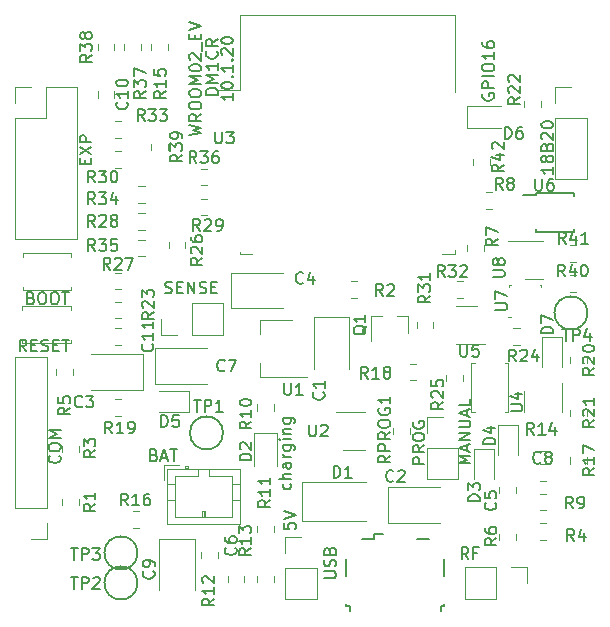
<source format=gbr>
%TF.GenerationSoftware,KiCad,Pcbnew,(5.1.4)-1*%
%TF.CreationDate,2020-01-11T00:21:51+01:00*%
%TF.ProjectId,WROOM02_EV,57524f4f-4d30-4325-9f45-562e6b696361,rev?*%
%TF.SameCoordinates,Original*%
%TF.FileFunction,Legend,Top*%
%TF.FilePolarity,Positive*%
%FSLAX46Y46*%
G04 Gerber Fmt 4.6, Leading zero omitted, Abs format (unit mm)*
G04 Created by KiCad (PCBNEW (5.1.4)-1) date 2020-01-11 00:21:51*
%MOMM*%
%LPD*%
G04 APERTURE LIST*
%ADD10C,0.150000*%
%ADD11C,0.120000*%
%ADD12C,0.100000*%
G04 APERTURE END LIST*
D10*
X161400000Y-56452380D02*
X161352380Y-56547619D01*
X161352380Y-56690476D01*
X161400000Y-56833333D01*
X161495238Y-56928571D01*
X161590476Y-56976190D01*
X161780952Y-57023809D01*
X161923809Y-57023809D01*
X162114285Y-56976190D01*
X162209523Y-56928571D01*
X162304761Y-56833333D01*
X162352380Y-56690476D01*
X162352380Y-56595238D01*
X162304761Y-56452380D01*
X162257142Y-56404761D01*
X161923809Y-56404761D01*
X161923809Y-56595238D01*
X162352380Y-55976190D02*
X161352380Y-55976190D01*
X161352380Y-55595238D01*
X161400000Y-55500000D01*
X161447619Y-55452380D01*
X161542857Y-55404761D01*
X161685714Y-55404761D01*
X161780952Y-55452380D01*
X161828571Y-55500000D01*
X161876190Y-55595238D01*
X161876190Y-55976190D01*
X162352380Y-54976190D02*
X161352380Y-54976190D01*
X161352380Y-54309523D02*
X161352380Y-54119047D01*
X161400000Y-54023809D01*
X161495238Y-53928571D01*
X161685714Y-53880952D01*
X162019047Y-53880952D01*
X162209523Y-53928571D01*
X162304761Y-54023809D01*
X162352380Y-54119047D01*
X162352380Y-54309523D01*
X162304761Y-54404761D01*
X162209523Y-54500000D01*
X162019047Y-54547619D01*
X161685714Y-54547619D01*
X161495238Y-54500000D01*
X161400000Y-54404761D01*
X161352380Y-54309523D01*
X162352380Y-52928571D02*
X162352380Y-53500000D01*
X162352380Y-53214285D02*
X161352380Y-53214285D01*
X161495238Y-53309523D01*
X161590476Y-53404761D01*
X161638095Y-53500000D01*
X161352380Y-52071428D02*
X161352380Y-52261904D01*
X161400000Y-52357142D01*
X161447619Y-52404761D01*
X161590476Y-52500000D01*
X161780952Y-52547619D01*
X162161904Y-52547619D01*
X162257142Y-52500000D01*
X162304761Y-52452380D01*
X162352380Y-52357142D01*
X162352380Y-52166666D01*
X162304761Y-52071428D01*
X162257142Y-52023809D01*
X162161904Y-51976190D01*
X161923809Y-51976190D01*
X161828571Y-52023809D01*
X161780952Y-52071428D01*
X161733333Y-52166666D01*
X161733333Y-52357142D01*
X161780952Y-52452380D01*
X161828571Y-52500000D01*
X161923809Y-52547619D01*
X145104761Y-89471428D02*
X145152380Y-89566666D01*
X145152380Y-89757142D01*
X145104761Y-89852380D01*
X145057142Y-89900000D01*
X144961904Y-89947619D01*
X144676190Y-89947619D01*
X144580952Y-89900000D01*
X144533333Y-89852380D01*
X144485714Y-89757142D01*
X144485714Y-89566666D01*
X144533333Y-89471428D01*
X145152380Y-89042857D02*
X144152380Y-89042857D01*
X145152380Y-88614285D02*
X144628571Y-88614285D01*
X144533333Y-88661904D01*
X144485714Y-88757142D01*
X144485714Y-88900000D01*
X144533333Y-88995238D01*
X144580952Y-89042857D01*
X145152380Y-87709523D02*
X144628571Y-87709523D01*
X144533333Y-87757142D01*
X144485714Y-87852380D01*
X144485714Y-88042857D01*
X144533333Y-88138095D01*
X145104761Y-87709523D02*
X145152380Y-87804761D01*
X145152380Y-88042857D01*
X145104761Y-88138095D01*
X145009523Y-88185714D01*
X144914285Y-88185714D01*
X144819047Y-88138095D01*
X144771428Y-88042857D01*
X144771428Y-87804761D01*
X144723809Y-87709523D01*
X145152380Y-87233333D02*
X144485714Y-87233333D01*
X144676190Y-87233333D02*
X144580952Y-87185714D01*
X144533333Y-87138095D01*
X144485714Y-87042857D01*
X144485714Y-86947619D01*
X144485714Y-86185714D02*
X145295238Y-86185714D01*
X145390476Y-86233333D01*
X145438095Y-86280952D01*
X145485714Y-86376190D01*
X145485714Y-86519047D01*
X145438095Y-86614285D01*
X145104761Y-86185714D02*
X145152380Y-86280952D01*
X145152380Y-86471428D01*
X145104761Y-86566666D01*
X145057142Y-86614285D01*
X144961904Y-86661904D01*
X144676190Y-86661904D01*
X144580952Y-86614285D01*
X144533333Y-86566666D01*
X144485714Y-86471428D01*
X144485714Y-86280952D01*
X144533333Y-86185714D01*
X145152380Y-85709523D02*
X144485714Y-85709523D01*
X144152380Y-85709523D02*
X144200000Y-85757142D01*
X144247619Y-85709523D01*
X144200000Y-85661904D01*
X144152380Y-85709523D01*
X144247619Y-85709523D01*
X144485714Y-85233333D02*
X145152380Y-85233333D01*
X144580952Y-85233333D02*
X144533333Y-85185714D01*
X144485714Y-85090476D01*
X144485714Y-84947619D01*
X144533333Y-84852380D01*
X144628571Y-84804761D01*
X145152380Y-84804761D01*
X144485714Y-83900000D02*
X145295238Y-83900000D01*
X145390476Y-83947619D01*
X145438095Y-83995238D01*
X145485714Y-84090476D01*
X145485714Y-84233333D01*
X145438095Y-84328571D01*
X145104761Y-83900000D02*
X145152380Y-83995238D01*
X145152380Y-84185714D01*
X145104761Y-84280952D01*
X145057142Y-84328571D01*
X144961904Y-84376190D01*
X144676190Y-84376190D01*
X144580952Y-84328571D01*
X144533333Y-84280952D01*
X144485714Y-84185714D01*
X144485714Y-83995238D01*
X144533333Y-83900000D01*
X134509523Y-73304761D02*
X134652380Y-73352380D01*
X134890476Y-73352380D01*
X134985714Y-73304761D01*
X135033333Y-73257142D01*
X135080952Y-73161904D01*
X135080952Y-73066666D01*
X135033333Y-72971428D01*
X134985714Y-72923809D01*
X134890476Y-72876190D01*
X134700000Y-72828571D01*
X134604761Y-72780952D01*
X134557142Y-72733333D01*
X134509523Y-72638095D01*
X134509523Y-72542857D01*
X134557142Y-72447619D01*
X134604761Y-72400000D01*
X134700000Y-72352380D01*
X134938095Y-72352380D01*
X135080952Y-72400000D01*
X135509523Y-72828571D02*
X135842857Y-72828571D01*
X135985714Y-73352380D02*
X135509523Y-73352380D01*
X135509523Y-72352380D01*
X135985714Y-72352380D01*
X136414285Y-73352380D02*
X136414285Y-72352380D01*
X136985714Y-73352380D01*
X136985714Y-72352380D01*
X137414285Y-73304761D02*
X137557142Y-73352380D01*
X137795238Y-73352380D01*
X137890476Y-73304761D01*
X137938095Y-73257142D01*
X137985714Y-73161904D01*
X137985714Y-73066666D01*
X137938095Y-72971428D01*
X137890476Y-72923809D01*
X137795238Y-72876190D01*
X137604761Y-72828571D01*
X137509523Y-72780952D01*
X137461904Y-72733333D01*
X137414285Y-72638095D01*
X137414285Y-72542857D01*
X137461904Y-72447619D01*
X137509523Y-72400000D01*
X137604761Y-72352380D01*
X137842857Y-72352380D01*
X137985714Y-72400000D01*
X138414285Y-72828571D02*
X138747619Y-72828571D01*
X138890476Y-73352380D02*
X138414285Y-73352380D01*
X138414285Y-72352380D01*
X138890476Y-72352380D01*
X167352380Y-62642857D02*
X167352380Y-63214285D01*
X167352380Y-62928571D02*
X166352380Y-62928571D01*
X166495238Y-63023809D01*
X166590476Y-63119047D01*
X166638095Y-63214285D01*
X166780952Y-62071428D02*
X166733333Y-62166666D01*
X166685714Y-62214285D01*
X166590476Y-62261904D01*
X166542857Y-62261904D01*
X166447619Y-62214285D01*
X166400000Y-62166666D01*
X166352380Y-62071428D01*
X166352380Y-61880952D01*
X166400000Y-61785714D01*
X166447619Y-61738095D01*
X166542857Y-61690476D01*
X166590476Y-61690476D01*
X166685714Y-61738095D01*
X166733333Y-61785714D01*
X166780952Y-61880952D01*
X166780952Y-62071428D01*
X166828571Y-62166666D01*
X166876190Y-62214285D01*
X166971428Y-62261904D01*
X167161904Y-62261904D01*
X167257142Y-62214285D01*
X167304761Y-62166666D01*
X167352380Y-62071428D01*
X167352380Y-61880952D01*
X167304761Y-61785714D01*
X167257142Y-61738095D01*
X167161904Y-61690476D01*
X166971428Y-61690476D01*
X166876190Y-61738095D01*
X166828571Y-61785714D01*
X166780952Y-61880952D01*
X166828571Y-60928571D02*
X166876190Y-60785714D01*
X166923809Y-60738095D01*
X167019047Y-60690476D01*
X167161904Y-60690476D01*
X167257142Y-60738095D01*
X167304761Y-60785714D01*
X167352380Y-60880952D01*
X167352380Y-61261904D01*
X166352380Y-61261904D01*
X166352380Y-60928571D01*
X166400000Y-60833333D01*
X166447619Y-60785714D01*
X166542857Y-60738095D01*
X166638095Y-60738095D01*
X166733333Y-60785714D01*
X166780952Y-60833333D01*
X166828571Y-60928571D01*
X166828571Y-61261904D01*
X166447619Y-60309523D02*
X166400000Y-60261904D01*
X166352380Y-60166666D01*
X166352380Y-59928571D01*
X166400000Y-59833333D01*
X166447619Y-59785714D01*
X166542857Y-59738095D01*
X166638095Y-59738095D01*
X166780952Y-59785714D01*
X167352380Y-60357142D01*
X167352380Y-59738095D01*
X166352380Y-59119047D02*
X166352380Y-59023809D01*
X166400000Y-58928571D01*
X166447619Y-58880952D01*
X166542857Y-58833333D01*
X166733333Y-58785714D01*
X166971428Y-58785714D01*
X167161904Y-58833333D01*
X167257142Y-58880952D01*
X167304761Y-58928571D01*
X167352380Y-59023809D01*
X167352380Y-59119047D01*
X167304761Y-59214285D01*
X167257142Y-59261904D01*
X167161904Y-59309523D01*
X166971428Y-59357142D01*
X166733333Y-59357142D01*
X166542857Y-59309523D01*
X166447619Y-59261904D01*
X166400000Y-59214285D01*
X166352380Y-59119047D01*
X127728571Y-62390476D02*
X127728571Y-62057142D01*
X128252380Y-61914285D02*
X128252380Y-62390476D01*
X127252380Y-62390476D01*
X127252380Y-61914285D01*
X127252380Y-61580952D02*
X128252380Y-60914285D01*
X127252380Y-60914285D02*
X128252380Y-61580952D01*
X128252380Y-60533333D02*
X127252380Y-60533333D01*
X127252380Y-60152380D01*
X127300000Y-60057142D01*
X127347619Y-60009523D01*
X127442857Y-59961904D01*
X127585714Y-59961904D01*
X127680952Y-60009523D01*
X127728571Y-60057142D01*
X127776190Y-60152380D01*
X127776190Y-60533333D01*
X123142857Y-73728571D02*
X123285714Y-73776190D01*
X123333333Y-73823809D01*
X123380952Y-73919047D01*
X123380952Y-74061904D01*
X123333333Y-74157142D01*
X123285714Y-74204761D01*
X123190476Y-74252380D01*
X122809523Y-74252380D01*
X122809523Y-73252380D01*
X123142857Y-73252380D01*
X123238095Y-73300000D01*
X123285714Y-73347619D01*
X123333333Y-73442857D01*
X123333333Y-73538095D01*
X123285714Y-73633333D01*
X123238095Y-73680952D01*
X123142857Y-73728571D01*
X122809523Y-73728571D01*
X124000000Y-73252380D02*
X124190476Y-73252380D01*
X124285714Y-73300000D01*
X124380952Y-73395238D01*
X124428571Y-73585714D01*
X124428571Y-73919047D01*
X124380952Y-74109523D01*
X124285714Y-74204761D01*
X124190476Y-74252380D01*
X124000000Y-74252380D01*
X123904761Y-74204761D01*
X123809523Y-74109523D01*
X123761904Y-73919047D01*
X123761904Y-73585714D01*
X123809523Y-73395238D01*
X123904761Y-73300000D01*
X124000000Y-73252380D01*
X125047619Y-73252380D02*
X125238095Y-73252380D01*
X125333333Y-73300000D01*
X125428571Y-73395238D01*
X125476190Y-73585714D01*
X125476190Y-73919047D01*
X125428571Y-74109523D01*
X125333333Y-74204761D01*
X125238095Y-74252380D01*
X125047619Y-74252380D01*
X124952380Y-74204761D01*
X124857142Y-74109523D01*
X124809523Y-73919047D01*
X124809523Y-73585714D01*
X124857142Y-73395238D01*
X124952380Y-73300000D01*
X125047619Y-73252380D01*
X125761904Y-73252380D02*
X126333333Y-73252380D01*
X126047619Y-74252380D02*
X126047619Y-73252380D01*
X122747619Y-78252380D02*
X122414285Y-77776190D01*
X122176190Y-78252380D02*
X122176190Y-77252380D01*
X122557142Y-77252380D01*
X122652380Y-77300000D01*
X122700000Y-77347619D01*
X122747619Y-77442857D01*
X122747619Y-77585714D01*
X122700000Y-77680952D01*
X122652380Y-77728571D01*
X122557142Y-77776190D01*
X122176190Y-77776190D01*
X123176190Y-77728571D02*
X123509523Y-77728571D01*
X123652380Y-78252380D02*
X123176190Y-78252380D01*
X123176190Y-77252380D01*
X123652380Y-77252380D01*
X124033333Y-78204761D02*
X124176190Y-78252380D01*
X124414285Y-78252380D01*
X124509523Y-78204761D01*
X124557142Y-78157142D01*
X124604761Y-78061904D01*
X124604761Y-77966666D01*
X124557142Y-77871428D01*
X124509523Y-77823809D01*
X124414285Y-77776190D01*
X124223809Y-77728571D01*
X124128571Y-77680952D01*
X124080952Y-77633333D01*
X124033333Y-77538095D01*
X124033333Y-77442857D01*
X124080952Y-77347619D01*
X124128571Y-77300000D01*
X124223809Y-77252380D01*
X124461904Y-77252380D01*
X124604761Y-77300000D01*
X125033333Y-77728571D02*
X125366666Y-77728571D01*
X125509523Y-78252380D02*
X125033333Y-78252380D01*
X125033333Y-77252380D01*
X125509523Y-77252380D01*
X125795238Y-77252380D02*
X126366666Y-77252380D01*
X126080952Y-78252380D02*
X126080952Y-77252380D01*
X125557142Y-87085714D02*
X125604761Y-87133333D01*
X125652380Y-87276190D01*
X125652380Y-87371428D01*
X125604761Y-87514285D01*
X125509523Y-87609523D01*
X125414285Y-87657142D01*
X125223809Y-87704761D01*
X125080952Y-87704761D01*
X124890476Y-87657142D01*
X124795238Y-87609523D01*
X124700000Y-87514285D01*
X124652380Y-87371428D01*
X124652380Y-87276190D01*
X124700000Y-87133333D01*
X124747619Y-87085714D01*
X124652380Y-86466666D02*
X124652380Y-86276190D01*
X124700000Y-86180952D01*
X124795238Y-86085714D01*
X124985714Y-86038095D01*
X125319047Y-86038095D01*
X125509523Y-86085714D01*
X125604761Y-86180952D01*
X125652380Y-86276190D01*
X125652380Y-86466666D01*
X125604761Y-86561904D01*
X125509523Y-86657142D01*
X125319047Y-86704761D01*
X124985714Y-86704761D01*
X124795238Y-86657142D01*
X124700000Y-86561904D01*
X124652380Y-86466666D01*
X125652380Y-85609523D02*
X124652380Y-85609523D01*
X125366666Y-85276190D01*
X124652380Y-84942857D01*
X125652380Y-84942857D01*
X133561904Y-87028571D02*
X133704761Y-87076190D01*
X133752380Y-87123809D01*
X133800000Y-87219047D01*
X133800000Y-87361904D01*
X133752380Y-87457142D01*
X133704761Y-87504761D01*
X133609523Y-87552380D01*
X133228571Y-87552380D01*
X133228571Y-86552380D01*
X133561904Y-86552380D01*
X133657142Y-86600000D01*
X133704761Y-86647619D01*
X133752380Y-86742857D01*
X133752380Y-86838095D01*
X133704761Y-86933333D01*
X133657142Y-86980952D01*
X133561904Y-87028571D01*
X133228571Y-87028571D01*
X134180952Y-87266666D02*
X134657142Y-87266666D01*
X134085714Y-87552380D02*
X134419047Y-86552380D01*
X134752380Y-87552380D01*
X134942857Y-86552380D02*
X135514285Y-86552380D01*
X135228571Y-87552380D02*
X135228571Y-86552380D01*
X144552380Y-92790476D02*
X144552380Y-93266666D01*
X145028571Y-93314285D01*
X144980952Y-93266666D01*
X144933333Y-93171428D01*
X144933333Y-92933333D01*
X144980952Y-92838095D01*
X145028571Y-92790476D01*
X145123809Y-92742857D01*
X145361904Y-92742857D01*
X145457142Y-92790476D01*
X145504761Y-92838095D01*
X145552380Y-92933333D01*
X145552380Y-93171428D01*
X145504761Y-93266666D01*
X145457142Y-93314285D01*
X144552380Y-92457142D02*
X145552380Y-92123809D01*
X144552380Y-91790476D01*
X160352380Y-87742857D02*
X159352380Y-87742857D01*
X160066666Y-87409523D01*
X159352380Y-87076190D01*
X160352380Y-87076190D01*
X160066666Y-86647619D02*
X160066666Y-86171428D01*
X160352380Y-86742857D02*
X159352380Y-86409523D01*
X160352380Y-86076190D01*
X160352380Y-85742857D02*
X159352380Y-85742857D01*
X160352380Y-85171428D01*
X159352380Y-85171428D01*
X159352380Y-84695238D02*
X160161904Y-84695238D01*
X160257142Y-84647619D01*
X160304761Y-84600000D01*
X160352380Y-84504761D01*
X160352380Y-84314285D01*
X160304761Y-84219047D01*
X160257142Y-84171428D01*
X160161904Y-84123809D01*
X159352380Y-84123809D01*
X160066666Y-83695238D02*
X160066666Y-83219047D01*
X160352380Y-83790476D02*
X159352380Y-83457142D01*
X160352380Y-83123809D01*
X160352380Y-82314285D02*
X160352380Y-82790476D01*
X159352380Y-82790476D01*
X156452380Y-87785714D02*
X155452380Y-87785714D01*
X155452380Y-87404761D01*
X155500000Y-87309523D01*
X155547619Y-87261904D01*
X155642857Y-87214285D01*
X155785714Y-87214285D01*
X155880952Y-87261904D01*
X155928571Y-87309523D01*
X155976190Y-87404761D01*
X155976190Y-87785714D01*
X156452380Y-86214285D02*
X155976190Y-86547619D01*
X156452380Y-86785714D02*
X155452380Y-86785714D01*
X155452380Y-86404761D01*
X155500000Y-86309523D01*
X155547619Y-86261904D01*
X155642857Y-86214285D01*
X155785714Y-86214285D01*
X155880952Y-86261904D01*
X155928571Y-86309523D01*
X155976190Y-86404761D01*
X155976190Y-86785714D01*
X155452380Y-85595238D02*
X155452380Y-85404761D01*
X155500000Y-85309523D01*
X155595238Y-85214285D01*
X155785714Y-85166666D01*
X156119047Y-85166666D01*
X156309523Y-85214285D01*
X156404761Y-85309523D01*
X156452380Y-85404761D01*
X156452380Y-85595238D01*
X156404761Y-85690476D01*
X156309523Y-85785714D01*
X156119047Y-85833333D01*
X155785714Y-85833333D01*
X155595238Y-85785714D01*
X155500000Y-85690476D01*
X155452380Y-85595238D01*
X155500000Y-84214285D02*
X155452380Y-84309523D01*
X155452380Y-84452380D01*
X155500000Y-84595238D01*
X155595238Y-84690476D01*
X155690476Y-84738095D01*
X155880952Y-84785714D01*
X156023809Y-84785714D01*
X156214285Y-84738095D01*
X156309523Y-84690476D01*
X156404761Y-84595238D01*
X156452380Y-84452380D01*
X156452380Y-84357142D01*
X156404761Y-84214285D01*
X156357142Y-84166666D01*
X156023809Y-84166666D01*
X156023809Y-84357142D01*
X160180952Y-95852380D02*
X159847619Y-95376190D01*
X159609523Y-95852380D02*
X159609523Y-94852380D01*
X159990476Y-94852380D01*
X160085714Y-94900000D01*
X160133333Y-94947619D01*
X160180952Y-95042857D01*
X160180952Y-95185714D01*
X160133333Y-95280952D01*
X160085714Y-95328571D01*
X159990476Y-95376190D01*
X159609523Y-95376190D01*
X160942857Y-95328571D02*
X160609523Y-95328571D01*
X160609523Y-95852380D02*
X160609523Y-94852380D01*
X161085714Y-94852380D01*
X147952380Y-97461904D02*
X148761904Y-97461904D01*
X148857142Y-97414285D01*
X148904761Y-97366666D01*
X148952380Y-97271428D01*
X148952380Y-97080952D01*
X148904761Y-96985714D01*
X148857142Y-96938095D01*
X148761904Y-96890476D01*
X147952380Y-96890476D01*
X148904761Y-96461904D02*
X148952380Y-96319047D01*
X148952380Y-96080952D01*
X148904761Y-95985714D01*
X148857142Y-95938095D01*
X148761904Y-95890476D01*
X148666666Y-95890476D01*
X148571428Y-95938095D01*
X148523809Y-95985714D01*
X148476190Y-96080952D01*
X148428571Y-96271428D01*
X148380952Y-96366666D01*
X148333333Y-96414285D01*
X148238095Y-96461904D01*
X148142857Y-96461904D01*
X148047619Y-96414285D01*
X148000000Y-96366666D01*
X147952380Y-96271428D01*
X147952380Y-96033333D01*
X148000000Y-95890476D01*
X148428571Y-95128571D02*
X148476190Y-94985714D01*
X148523809Y-94938095D01*
X148619047Y-94890476D01*
X148761904Y-94890476D01*
X148857142Y-94938095D01*
X148904761Y-94985714D01*
X148952380Y-95080952D01*
X148952380Y-95461904D01*
X147952380Y-95461904D01*
X147952380Y-95128571D01*
X148000000Y-95033333D01*
X148047619Y-94985714D01*
X148142857Y-94938095D01*
X148238095Y-94938095D01*
X148333333Y-94985714D01*
X148380952Y-95033333D01*
X148428571Y-95128571D01*
X148428571Y-95461904D01*
X140252380Y-56395238D02*
X140252380Y-56966666D01*
X140252380Y-56680952D02*
X139252380Y-56680952D01*
X139395238Y-56776190D01*
X139490476Y-56871428D01*
X139538095Y-56966666D01*
X139252380Y-55776190D02*
X139252380Y-55680952D01*
X139300000Y-55585714D01*
X139347619Y-55538095D01*
X139442857Y-55490476D01*
X139633333Y-55442857D01*
X139871428Y-55442857D01*
X140061904Y-55490476D01*
X140157142Y-55538095D01*
X140204761Y-55585714D01*
X140252380Y-55680952D01*
X140252380Y-55776190D01*
X140204761Y-55871428D01*
X140157142Y-55919047D01*
X140061904Y-55966666D01*
X139871428Y-56014285D01*
X139633333Y-56014285D01*
X139442857Y-55966666D01*
X139347619Y-55919047D01*
X139300000Y-55871428D01*
X139252380Y-55776190D01*
X140157142Y-55014285D02*
X140204761Y-54966666D01*
X140252380Y-55014285D01*
X140204761Y-55061904D01*
X140157142Y-55014285D01*
X140252380Y-55014285D01*
X140252380Y-54014285D02*
X140252380Y-54585714D01*
X140252380Y-54300000D02*
X139252380Y-54300000D01*
X139395238Y-54395238D01*
X139490476Y-54490476D01*
X139538095Y-54585714D01*
X140157142Y-53585714D02*
X140204761Y-53538095D01*
X140252380Y-53585714D01*
X140204761Y-53633333D01*
X140157142Y-53585714D01*
X140252380Y-53585714D01*
X139347619Y-53157142D02*
X139300000Y-53109523D01*
X139252380Y-53014285D01*
X139252380Y-52776190D01*
X139300000Y-52680952D01*
X139347619Y-52633333D01*
X139442857Y-52585714D01*
X139538095Y-52585714D01*
X139680952Y-52633333D01*
X140252380Y-53204761D01*
X140252380Y-52585714D01*
X139252380Y-51966666D02*
X139252380Y-51871428D01*
X139300000Y-51776190D01*
X139347619Y-51728571D01*
X139442857Y-51680952D01*
X139633333Y-51633333D01*
X139871428Y-51633333D01*
X140061904Y-51680952D01*
X140157142Y-51728571D01*
X140204761Y-51776190D01*
X140252380Y-51871428D01*
X140252380Y-51966666D01*
X140204761Y-52061904D01*
X140157142Y-52109523D01*
X140061904Y-52157142D01*
X139871428Y-52204761D01*
X139633333Y-52204761D01*
X139442857Y-52157142D01*
X139347619Y-52109523D01*
X139300000Y-52061904D01*
X139252380Y-51966666D01*
X136552380Y-59961904D02*
X137552380Y-59723809D01*
X136838095Y-59533333D01*
X137552380Y-59342857D01*
X136552380Y-59104761D01*
X137552380Y-58152380D02*
X137076190Y-58485714D01*
X137552380Y-58723809D02*
X136552380Y-58723809D01*
X136552380Y-58342857D01*
X136600000Y-58247619D01*
X136647619Y-58200000D01*
X136742857Y-58152380D01*
X136885714Y-58152380D01*
X136980952Y-58200000D01*
X137028571Y-58247619D01*
X137076190Y-58342857D01*
X137076190Y-58723809D01*
X136552380Y-57533333D02*
X136552380Y-57342857D01*
X136600000Y-57247619D01*
X136695238Y-57152380D01*
X136885714Y-57104761D01*
X137219047Y-57104761D01*
X137409523Y-57152380D01*
X137504761Y-57247619D01*
X137552380Y-57342857D01*
X137552380Y-57533333D01*
X137504761Y-57628571D01*
X137409523Y-57723809D01*
X137219047Y-57771428D01*
X136885714Y-57771428D01*
X136695238Y-57723809D01*
X136600000Y-57628571D01*
X136552380Y-57533333D01*
X136552380Y-56485714D02*
X136552380Y-56295238D01*
X136600000Y-56200000D01*
X136695238Y-56104761D01*
X136885714Y-56057142D01*
X137219047Y-56057142D01*
X137409523Y-56104761D01*
X137504761Y-56200000D01*
X137552380Y-56295238D01*
X137552380Y-56485714D01*
X137504761Y-56580952D01*
X137409523Y-56676190D01*
X137219047Y-56723809D01*
X136885714Y-56723809D01*
X136695238Y-56676190D01*
X136600000Y-56580952D01*
X136552380Y-56485714D01*
X137552380Y-55628571D02*
X136552380Y-55628571D01*
X137266666Y-55295238D01*
X136552380Y-54961904D01*
X137552380Y-54961904D01*
X136552380Y-54295238D02*
X136552380Y-54200000D01*
X136600000Y-54104761D01*
X136647619Y-54057142D01*
X136742857Y-54009523D01*
X136933333Y-53961904D01*
X137171428Y-53961904D01*
X137361904Y-54009523D01*
X137457142Y-54057142D01*
X137504761Y-54104761D01*
X137552380Y-54200000D01*
X137552380Y-54295238D01*
X137504761Y-54390476D01*
X137457142Y-54438095D01*
X137361904Y-54485714D01*
X137171428Y-54533333D01*
X136933333Y-54533333D01*
X136742857Y-54485714D01*
X136647619Y-54438095D01*
X136600000Y-54390476D01*
X136552380Y-54295238D01*
X136647619Y-53580952D02*
X136600000Y-53533333D01*
X136552380Y-53438095D01*
X136552380Y-53200000D01*
X136600000Y-53104761D01*
X136647619Y-53057142D01*
X136742857Y-53009523D01*
X136838095Y-53009523D01*
X136980952Y-53057142D01*
X137552380Y-53628571D01*
X137552380Y-53009523D01*
X137647619Y-52819047D02*
X137647619Y-52057142D01*
X137028571Y-51819047D02*
X137028571Y-51485714D01*
X137552380Y-51342857D02*
X137552380Y-51819047D01*
X136552380Y-51819047D01*
X136552380Y-51342857D01*
X136552380Y-51057142D02*
X137552380Y-50723809D01*
X136552380Y-50390476D01*
X138952380Y-56509523D02*
X137952380Y-56509523D01*
X137952380Y-56271428D01*
X138000000Y-56128571D01*
X138095238Y-56033333D01*
X138190476Y-55985714D01*
X138380952Y-55938095D01*
X138523809Y-55938095D01*
X138714285Y-55985714D01*
X138809523Y-56033333D01*
X138904761Y-56128571D01*
X138952380Y-56271428D01*
X138952380Y-56509523D01*
X138952380Y-55509523D02*
X137952380Y-55509523D01*
X138666666Y-55176190D01*
X137952380Y-54842857D01*
X138952380Y-54842857D01*
X138952380Y-53842857D02*
X138952380Y-54414285D01*
X138952380Y-54128571D02*
X137952380Y-54128571D01*
X138095238Y-54223809D01*
X138190476Y-54319047D01*
X138238095Y-54414285D01*
X138857142Y-52842857D02*
X138904761Y-52890476D01*
X138952380Y-53033333D01*
X138952380Y-53128571D01*
X138904761Y-53271428D01*
X138809523Y-53366666D01*
X138714285Y-53414285D01*
X138523809Y-53461904D01*
X138380952Y-53461904D01*
X138190476Y-53414285D01*
X138095238Y-53366666D01*
X138000000Y-53271428D01*
X137952380Y-53128571D01*
X137952380Y-53033333D01*
X138000000Y-52890476D01*
X138047619Y-52842857D01*
X138952380Y-51842857D02*
X138476190Y-52176190D01*
X138952380Y-52414285D02*
X137952380Y-52414285D01*
X137952380Y-52033333D01*
X138000000Y-51938095D01*
X138047619Y-51890476D01*
X138142857Y-51842857D01*
X138285714Y-51842857D01*
X138380952Y-51890476D01*
X138428571Y-51938095D01*
X138476190Y-52033333D01*
X138476190Y-52414285D01*
D11*
X133290000Y-52238748D02*
X133290000Y-52761252D01*
X134710000Y-52238748D02*
X134710000Y-52761252D01*
X164511252Y-77710000D02*
X163988748Y-77710000D01*
X164511252Y-76290000D02*
X163988748Y-76290000D01*
X134710000Y-60698748D02*
X134710000Y-61221252D01*
X133290000Y-60698748D02*
X133290000Y-61221252D01*
X134390000Y-87890000D02*
X134390000Y-89140000D01*
X135640000Y-87890000D02*
X134390000Y-87890000D01*
X137750000Y-92300000D02*
X137750000Y-91800000D01*
X137850000Y-91800000D02*
X137850000Y-92300000D01*
X137650000Y-91800000D02*
X137850000Y-91800000D01*
X137650000Y-92300000D02*
X137650000Y-91800000D01*
X140810000Y-90800000D02*
X140200000Y-90800000D01*
X140810000Y-89500000D02*
X140200000Y-89500000D01*
X134690000Y-90800000D02*
X135300000Y-90800000D01*
X134690000Y-89500000D02*
X135300000Y-89500000D01*
X138250000Y-88800000D02*
X138250000Y-88190000D01*
X140200000Y-88800000D02*
X138250000Y-88800000D01*
X140200000Y-92300000D02*
X140200000Y-88800000D01*
X135300000Y-92300000D02*
X140200000Y-92300000D01*
X135300000Y-88800000D02*
X135300000Y-92300000D01*
X137250000Y-88800000D02*
X135300000Y-88800000D01*
X137250000Y-88190000D02*
X137250000Y-88800000D01*
X136450000Y-88090000D02*
X136150000Y-88090000D01*
X136150000Y-87990000D02*
X136150000Y-88190000D01*
X136450000Y-87990000D02*
X136150000Y-87990000D01*
X136450000Y-88190000D02*
X136450000Y-87990000D01*
X140810000Y-88190000D02*
X134690000Y-88190000D01*
X140810000Y-92910000D02*
X140810000Y-88190000D01*
X134690000Y-92910000D02*
X140810000Y-92910000D01*
X134690000Y-88190000D02*
X134690000Y-92910000D01*
X150110000Y-79750000D02*
X150110000Y-75365000D01*
X150110000Y-75365000D02*
X147090000Y-75365000D01*
X147090000Y-75365000D02*
X147090000Y-79750000D01*
X157750000Y-89740000D02*
X153365000Y-89740000D01*
X153365000Y-89740000D02*
X153365000Y-92760000D01*
X153365000Y-92760000D02*
X157750000Y-92760000D01*
X132635000Y-78490000D02*
X128250000Y-78490000D01*
X132635000Y-81510000D02*
X132635000Y-78490000D01*
X128250000Y-81510000D02*
X132635000Y-81510000D01*
X140065000Y-74610000D02*
X144450000Y-74610000D01*
X140065000Y-71590000D02*
X140065000Y-74610000D01*
X144450000Y-71590000D02*
X140065000Y-71590000D01*
X162790000Y-89738748D02*
X162790000Y-90261252D01*
X164210000Y-89738748D02*
X164210000Y-90261252D01*
X133665000Y-81010000D02*
X138050000Y-81010000D01*
X133665000Y-77990000D02*
X133665000Y-81010000D01*
X138050000Y-77990000D02*
X133665000Y-77990000D01*
X141210000Y-97238748D02*
X141210000Y-97761252D01*
X139790000Y-97238748D02*
X139790000Y-97761252D01*
X166238748Y-87790000D02*
X166761252Y-87790000D01*
X166238748Y-89210000D02*
X166761252Y-89210000D01*
X130210000Y-56238748D02*
X130210000Y-56761252D01*
X128790000Y-56238748D02*
X128790000Y-56761252D01*
X137010000Y-98500000D02*
X137010000Y-94115000D01*
X137010000Y-94115000D02*
X133990000Y-94115000D01*
X133990000Y-94115000D02*
X133990000Y-98500000D01*
X130238748Y-77710000D02*
X130761252Y-77710000D01*
X130238748Y-76290000D02*
X130761252Y-76290000D01*
X146100000Y-89350000D02*
X146100000Y-92650000D01*
X146100000Y-92650000D02*
X151500000Y-92650000D01*
X146100000Y-89350000D02*
X151500000Y-89350000D01*
X143960000Y-88000000D02*
X143960000Y-85140000D01*
X143960000Y-85140000D02*
X142040000Y-85140000D01*
X142040000Y-85140000D02*
X142040000Y-88000000D01*
X162350000Y-86500000D02*
X160650000Y-86500000D01*
X160650000Y-86500000D02*
X160650000Y-89050000D01*
X162350000Y-86500000D02*
X162350000Y-89050000D01*
X164350000Y-84500000D02*
X164350000Y-87050000D01*
X162650000Y-84500000D02*
X162650000Y-87050000D01*
X164350000Y-84500000D02*
X162650000Y-84500000D01*
X136500000Y-83350000D02*
X133950000Y-83350000D01*
X136500000Y-81650000D02*
X133950000Y-81650000D01*
X136500000Y-83350000D02*
X136500000Y-81650000D01*
X160040000Y-59360000D02*
X162900000Y-59360000D01*
X160040000Y-57440000D02*
X160040000Y-59360000D01*
X162900000Y-57440000D02*
X160040000Y-57440000D01*
X168100000Y-77000000D02*
X166400000Y-77000000D01*
X166400000Y-77000000D02*
X166400000Y-79550000D01*
X168100000Y-77000000D02*
X168100000Y-79550000D01*
X167530000Y-63630000D02*
X170190000Y-63630000D01*
X167530000Y-58490000D02*
X167530000Y-63630000D01*
X170190000Y-58490000D02*
X170190000Y-63630000D01*
X167530000Y-58490000D02*
X170190000Y-58490000D01*
X167530000Y-57220000D02*
X167530000Y-55890000D01*
X167530000Y-55890000D02*
X168860000Y-55890000D01*
X144670000Y-99190000D02*
X147330000Y-99190000D01*
X144670000Y-96590000D02*
X144670000Y-99190000D01*
X147330000Y-96590000D02*
X147330000Y-99190000D01*
X144670000Y-96590000D02*
X147330000Y-96590000D01*
X144670000Y-95320000D02*
X144670000Y-93990000D01*
X144670000Y-93990000D02*
X146000000Y-93990000D01*
X124470000Y-78750000D02*
X121810000Y-78750000D01*
X124470000Y-91510000D02*
X124470000Y-78750000D01*
X121810000Y-91510000D02*
X121810000Y-78750000D01*
X124470000Y-91510000D02*
X121810000Y-91510000D01*
X124470000Y-92780000D02*
X124470000Y-94110000D01*
X124470000Y-94110000D02*
X123140000Y-94110000D01*
X121810000Y-68710000D02*
X127010000Y-68710000D01*
X121810000Y-58490000D02*
X121810000Y-68710000D01*
X127010000Y-55890000D02*
X127010000Y-68710000D01*
X121810000Y-58490000D02*
X124410000Y-58490000D01*
X124410000Y-58490000D02*
X124410000Y-55890000D01*
X124410000Y-55890000D02*
X127010000Y-55890000D01*
X121810000Y-57220000D02*
X121810000Y-55890000D01*
X121810000Y-55890000D02*
X123140000Y-55890000D01*
X156670000Y-83830000D02*
X158000000Y-83830000D01*
X156670000Y-85160000D02*
X156670000Y-83830000D01*
X156670000Y-86430000D02*
X159330000Y-86430000D01*
X159330000Y-86430000D02*
X159330000Y-89030000D01*
X156670000Y-86430000D02*
X156670000Y-89030000D01*
X156670000Y-89030000D02*
X159330000Y-89030000D01*
X159910000Y-96530000D02*
X159910000Y-99190000D01*
X162510000Y-96530000D02*
X159910000Y-96530000D01*
X162510000Y-99190000D02*
X159910000Y-99190000D01*
X162510000Y-96530000D02*
X162510000Y-99190000D01*
X163780000Y-96530000D02*
X165110000Y-96530000D01*
X165110000Y-96530000D02*
X165110000Y-97860000D01*
X139370000Y-76830000D02*
X139370000Y-74170000D01*
X136770000Y-76830000D02*
X139370000Y-76830000D01*
X136770000Y-74170000D02*
X139370000Y-74170000D01*
X136770000Y-76830000D02*
X136770000Y-74170000D01*
X135500000Y-76830000D02*
X134170000Y-76830000D01*
X134170000Y-76830000D02*
X134170000Y-75500000D01*
D10*
X149850000Y-95850000D02*
X149850000Y-97250000D01*
X149850000Y-99650000D02*
X149850000Y-99800000D01*
X149850000Y-99800000D02*
X150150000Y-99800000D01*
X150150000Y-99800000D02*
X150150000Y-100250000D01*
X157850000Y-100250000D02*
X157850000Y-99800000D01*
X157850000Y-99800000D02*
X158150000Y-99800000D01*
X158150000Y-99800000D02*
X158150000Y-99650000D01*
X158150000Y-97250000D02*
X158150000Y-95850000D01*
X152925000Y-93675000D02*
X152200000Y-93675000D01*
X152200000Y-93675000D02*
X152200000Y-94100000D01*
X152200000Y-94100000D02*
X151200000Y-94100000D01*
X155800000Y-94100000D02*
X156800000Y-94100000D01*
D11*
X155080000Y-75240000D02*
X154150000Y-75240000D01*
X151920000Y-75240000D02*
X152850000Y-75240000D01*
X151920000Y-75240000D02*
X151920000Y-77400000D01*
X155080000Y-75240000D02*
X155080000Y-76700000D01*
X127210000Y-90738748D02*
X127210000Y-91261252D01*
X125790000Y-90738748D02*
X125790000Y-91261252D01*
X150238748Y-73710000D02*
X150761252Y-73710000D01*
X150238748Y-72290000D02*
X150761252Y-72290000D01*
X125790000Y-86761252D02*
X125790000Y-86238748D01*
X127210000Y-86761252D02*
X127210000Y-86238748D01*
X166238748Y-94210000D02*
X166761252Y-94210000D01*
X166238748Y-92790000D02*
X166761252Y-92790000D01*
X125290000Y-80261252D02*
X125290000Y-79738748D01*
X126710000Y-80261252D02*
X126710000Y-79738748D01*
X162790000Y-93738748D02*
X162790000Y-94261252D01*
X164210000Y-93738748D02*
X164210000Y-94261252D01*
X161460000Y-69238748D02*
X161460000Y-69761252D01*
X160040000Y-69238748D02*
X160040000Y-69761252D01*
X161663748Y-66210000D02*
X162186252Y-66210000D01*
X161663748Y-64790000D02*
X162186252Y-64790000D01*
X166238748Y-91710000D02*
X166761252Y-91710000D01*
X166238748Y-90290000D02*
X166761252Y-90290000D01*
X142290000Y-93581252D02*
X142290000Y-93058748D01*
X143710000Y-93581252D02*
X143710000Y-93058748D01*
X138960000Y-95238748D02*
X138960000Y-95761252D01*
X137540000Y-95238748D02*
X137540000Y-95761252D01*
X142290000Y-97238748D02*
X142290000Y-97761252D01*
X143710000Y-97238748D02*
X143710000Y-97761252D01*
X166761252Y-85290000D02*
X166238748Y-85290000D01*
X166761252Y-86710000D02*
X166238748Y-86710000D01*
X131738748Y-93210000D02*
X132261252Y-93210000D01*
X131738748Y-91790000D02*
X132261252Y-91790000D01*
X170210000Y-87238748D02*
X170210000Y-87761252D01*
X168790000Y-87238748D02*
X168790000Y-87761252D01*
X155761252Y-80710000D02*
X155238748Y-80710000D01*
X155761252Y-79290000D02*
X155238748Y-79290000D01*
X130238748Y-83710000D02*
X130761252Y-83710000D01*
X130238748Y-82290000D02*
X130761252Y-82290000D01*
X170210000Y-78738748D02*
X170210000Y-79261252D01*
X168790000Y-78738748D02*
X168790000Y-79261252D01*
X168790000Y-83238748D02*
X168790000Y-83761252D01*
X170210000Y-83238748D02*
X170210000Y-83761252D01*
X164890000Y-57561252D02*
X164890000Y-57038748D01*
X166310000Y-57561252D02*
X166310000Y-57038748D01*
X130238748Y-75460000D02*
X130761252Y-75460000D01*
X130238748Y-74040000D02*
X130761252Y-74040000D01*
X159710000Y-80761252D02*
X159710000Y-80238748D01*
X158290000Y-80761252D02*
X158290000Y-80238748D01*
X134790000Y-69511252D02*
X134790000Y-68988748D01*
X136210000Y-69511252D02*
X136210000Y-68988748D01*
X130238748Y-73010000D02*
X130761252Y-73010000D01*
X130238748Y-71590000D02*
X130761252Y-71590000D01*
X132238748Y-67960000D02*
X132761252Y-67960000D01*
X132238748Y-66540000D02*
X132761252Y-66540000D01*
X137533748Y-65330000D02*
X138056252Y-65330000D01*
X137533748Y-66750000D02*
X138056252Y-66750000D01*
X130238748Y-62710000D02*
X130761252Y-62710000D01*
X130238748Y-61290000D02*
X130761252Y-61290000D01*
X155790000Y-76261252D02*
X155790000Y-75738748D01*
X157210000Y-76261252D02*
X157210000Y-75738748D01*
X159238748Y-72290000D02*
X159761252Y-72290000D01*
X159238748Y-73710000D02*
X159761252Y-73710000D01*
X130238748Y-58790000D02*
X130761252Y-58790000D01*
X130238748Y-60210000D02*
X130761252Y-60210000D01*
X132238748Y-65710000D02*
X132761252Y-65710000D01*
X132238748Y-64290000D02*
X132761252Y-64290000D01*
X132761252Y-70210000D02*
X132238748Y-70210000D01*
X132761252Y-68790000D02*
X132238748Y-68790000D01*
X137533748Y-64210000D02*
X138056252Y-64210000D01*
X137533748Y-62790000D02*
X138056252Y-62790000D01*
X131040000Y-52238748D02*
X131040000Y-52761252D01*
X132460000Y-52238748D02*
X132460000Y-52761252D01*
X128790000Y-52238748D02*
X128790000Y-52761252D01*
X130210000Y-52238748D02*
X130210000Y-52761252D01*
X168738748Y-73210000D02*
X169261252Y-73210000D01*
X168738748Y-71790000D02*
X169261252Y-71790000D01*
X168738748Y-69290000D02*
X169261252Y-69290000D01*
X168738748Y-70710000D02*
X169261252Y-70710000D01*
X162000000Y-62491252D02*
X162000000Y-61968748D01*
X160580000Y-62491252D02*
X160580000Y-61968748D01*
X142290000Y-83261252D02*
X142290000Y-82738748D01*
X143710000Y-83261252D02*
X143710000Y-82738748D01*
X155210000Y-84738748D02*
X155210000Y-85261252D01*
X153790000Y-84738748D02*
X153790000Y-85261252D01*
X126570000Y-73070000D02*
X122430000Y-73070000D01*
X122430000Y-70230000D02*
X122430000Y-69930000D01*
X122430000Y-69930000D02*
X126570000Y-69930000D01*
X126570000Y-72770000D02*
X126570000Y-73070000D01*
X126570000Y-69930000D02*
X126570000Y-70230000D01*
X122430000Y-73070000D02*
X122430000Y-72770000D01*
X160430000Y-79250000D02*
X160730000Y-79250000D01*
X163570000Y-83390000D02*
X163270000Y-83390000D01*
X160730000Y-83390000D02*
X160430000Y-83390000D01*
X163570000Y-79250000D02*
X163570000Y-83390000D01*
X163270000Y-79250000D02*
X163570000Y-79250000D01*
X160430000Y-83390000D02*
X160430000Y-79250000D01*
X122390000Y-74430000D02*
X126530000Y-74430000D01*
X126530000Y-77270000D02*
X126530000Y-77570000D01*
X126530000Y-77570000D02*
X122390000Y-77570000D01*
X122390000Y-74730000D02*
X122390000Y-74430000D01*
X122390000Y-77570000D02*
X122390000Y-77270000D01*
X126530000Y-74430000D02*
X126530000Y-74730000D01*
D10*
X139400000Y-85160000D02*
G75*
G03X139400000Y-85160000I-1400000J0D01*
G01*
X132160000Y-97860000D02*
G75*
G03X132160000Y-97860000I-1400000J0D01*
G01*
X132160000Y-95320000D02*
G75*
G03X132160000Y-95320000I-1400000J0D01*
G01*
X170260000Y-75000000D02*
G75*
G03X170260000Y-75000000I-1400000J0D01*
G01*
D11*
X142553500Y-76800000D02*
X142553500Y-75600000D01*
X142553500Y-75600000D02*
X145253500Y-75600000D01*
X146553500Y-80400000D02*
X142553500Y-80400000D01*
X142553500Y-80400000D02*
X142553500Y-79200000D01*
X149600000Y-86610000D02*
X151400000Y-86610000D01*
X151400000Y-83390000D02*
X148950000Y-83390000D01*
D12*
X140830000Y-56100000D02*
X138950000Y-56100000D01*
X140830000Y-49780000D02*
X140830000Y-56100000D01*
X159070000Y-49780000D02*
X159070000Y-56300000D01*
X140830000Y-49780000D02*
X159070000Y-49780000D01*
X157950000Y-70020000D02*
X159070000Y-70020000D01*
X159070000Y-69700000D02*
X159070000Y-70000000D01*
X140830000Y-70020000D02*
X141850000Y-70020000D01*
X140830000Y-69800000D02*
X140830000Y-70020000D01*
D11*
X168110000Y-83400000D02*
X168110000Y-80950000D01*
X164890000Y-81600000D02*
X164890000Y-83400000D01*
X160900000Y-74390000D02*
X159100000Y-74390000D01*
X159100000Y-77610000D02*
X161550000Y-77610000D01*
D10*
X165875000Y-64875000D02*
X165875000Y-65000000D01*
X169125000Y-64875000D02*
X169125000Y-65100000D01*
X169125000Y-68125000D02*
X169125000Y-67900000D01*
X165875000Y-68125000D02*
X165875000Y-67900000D01*
X165875000Y-64875000D02*
X169125000Y-64875000D01*
X165875000Y-68125000D02*
X169125000Y-68125000D01*
X165875000Y-65000000D02*
X164800000Y-65000000D01*
D12*
X166360000Y-75350000D02*
X166360000Y-75200000D01*
X166350000Y-75350000D02*
X166200000Y-75350000D01*
X166350000Y-72650000D02*
X166200000Y-72650000D01*
X166350000Y-72650000D02*
X166350000Y-72800000D01*
X163650000Y-72800000D02*
X163650000Y-72650000D01*
X163650000Y-72650000D02*
X163800000Y-72650000D01*
X163800000Y-75350000D02*
X163550000Y-75350000D01*
D11*
X165000000Y-72110000D02*
X166500000Y-72110000D01*
X163500000Y-68890000D02*
X166500000Y-68890000D01*
D10*
X134552380Y-56242857D02*
X134076190Y-56576190D01*
X134552380Y-56814285D02*
X133552380Y-56814285D01*
X133552380Y-56433333D01*
X133600000Y-56338095D01*
X133647619Y-56290476D01*
X133742857Y-56242857D01*
X133885714Y-56242857D01*
X133980952Y-56290476D01*
X134028571Y-56338095D01*
X134076190Y-56433333D01*
X134076190Y-56814285D01*
X134552380Y-55290476D02*
X134552380Y-55861904D01*
X134552380Y-55576190D02*
X133552380Y-55576190D01*
X133695238Y-55671428D01*
X133790476Y-55766666D01*
X133838095Y-55861904D01*
X133552380Y-54385714D02*
X133552380Y-54861904D01*
X134028571Y-54909523D01*
X133980952Y-54861904D01*
X133933333Y-54766666D01*
X133933333Y-54528571D01*
X133980952Y-54433333D01*
X134028571Y-54385714D01*
X134123809Y-54338095D01*
X134361904Y-54338095D01*
X134457142Y-54385714D01*
X134504761Y-54433333D01*
X134552380Y-54528571D01*
X134552380Y-54766666D01*
X134504761Y-54861904D01*
X134457142Y-54909523D01*
X164207142Y-79102380D02*
X163873809Y-78626190D01*
X163635714Y-79102380D02*
X163635714Y-78102380D01*
X164016666Y-78102380D01*
X164111904Y-78150000D01*
X164159523Y-78197619D01*
X164207142Y-78292857D01*
X164207142Y-78435714D01*
X164159523Y-78530952D01*
X164111904Y-78578571D01*
X164016666Y-78626190D01*
X163635714Y-78626190D01*
X164588095Y-78197619D02*
X164635714Y-78150000D01*
X164730952Y-78102380D01*
X164969047Y-78102380D01*
X165064285Y-78150000D01*
X165111904Y-78197619D01*
X165159523Y-78292857D01*
X165159523Y-78388095D01*
X165111904Y-78530952D01*
X164540476Y-79102380D01*
X165159523Y-79102380D01*
X166016666Y-78435714D02*
X166016666Y-79102380D01*
X165778571Y-78054761D02*
X165540476Y-78769047D01*
X166159523Y-78769047D01*
X135952380Y-61602857D02*
X135476190Y-61936190D01*
X135952380Y-62174285D02*
X134952380Y-62174285D01*
X134952380Y-61793333D01*
X135000000Y-61698095D01*
X135047619Y-61650476D01*
X135142857Y-61602857D01*
X135285714Y-61602857D01*
X135380952Y-61650476D01*
X135428571Y-61698095D01*
X135476190Y-61793333D01*
X135476190Y-62174285D01*
X134952380Y-61269523D02*
X134952380Y-60650476D01*
X135333333Y-60983809D01*
X135333333Y-60840952D01*
X135380952Y-60745714D01*
X135428571Y-60698095D01*
X135523809Y-60650476D01*
X135761904Y-60650476D01*
X135857142Y-60698095D01*
X135904761Y-60745714D01*
X135952380Y-60840952D01*
X135952380Y-61126666D01*
X135904761Y-61221904D01*
X135857142Y-61269523D01*
X135952380Y-60174285D02*
X135952380Y-59983809D01*
X135904761Y-59888571D01*
X135857142Y-59840952D01*
X135714285Y-59745714D01*
X135523809Y-59698095D01*
X135142857Y-59698095D01*
X135047619Y-59745714D01*
X135000000Y-59793333D01*
X134952380Y-59888571D01*
X134952380Y-60079047D01*
X135000000Y-60174285D01*
X135047619Y-60221904D01*
X135142857Y-60269523D01*
X135380952Y-60269523D01*
X135476190Y-60221904D01*
X135523809Y-60174285D01*
X135571428Y-60079047D01*
X135571428Y-59888571D01*
X135523809Y-59793333D01*
X135476190Y-59745714D01*
X135380952Y-59698095D01*
X147907142Y-81716666D02*
X147954761Y-81764285D01*
X148002380Y-81907142D01*
X148002380Y-82002380D01*
X147954761Y-82145238D01*
X147859523Y-82240476D01*
X147764285Y-82288095D01*
X147573809Y-82335714D01*
X147430952Y-82335714D01*
X147240476Y-82288095D01*
X147145238Y-82240476D01*
X147050000Y-82145238D01*
X147002380Y-82002380D01*
X147002380Y-81907142D01*
X147050000Y-81764285D01*
X147097619Y-81716666D01*
X148002380Y-80764285D02*
X148002380Y-81335714D01*
X148002380Y-81050000D02*
X147002380Y-81050000D01*
X147145238Y-81145238D01*
X147240476Y-81240476D01*
X147288095Y-81335714D01*
X153833333Y-89207142D02*
X153785714Y-89254761D01*
X153642857Y-89302380D01*
X153547619Y-89302380D01*
X153404761Y-89254761D01*
X153309523Y-89159523D01*
X153261904Y-89064285D01*
X153214285Y-88873809D01*
X153214285Y-88730952D01*
X153261904Y-88540476D01*
X153309523Y-88445238D01*
X153404761Y-88350000D01*
X153547619Y-88302380D01*
X153642857Y-88302380D01*
X153785714Y-88350000D01*
X153833333Y-88397619D01*
X154214285Y-88397619D02*
X154261904Y-88350000D01*
X154357142Y-88302380D01*
X154595238Y-88302380D01*
X154690476Y-88350000D01*
X154738095Y-88397619D01*
X154785714Y-88492857D01*
X154785714Y-88588095D01*
X154738095Y-88730952D01*
X154166666Y-89302380D01*
X154785714Y-89302380D01*
X127483333Y-82907142D02*
X127435714Y-82954761D01*
X127292857Y-83002380D01*
X127197619Y-83002380D01*
X127054761Y-82954761D01*
X126959523Y-82859523D01*
X126911904Y-82764285D01*
X126864285Y-82573809D01*
X126864285Y-82430952D01*
X126911904Y-82240476D01*
X126959523Y-82145238D01*
X127054761Y-82050000D01*
X127197619Y-82002380D01*
X127292857Y-82002380D01*
X127435714Y-82050000D01*
X127483333Y-82097619D01*
X127816666Y-82002380D02*
X128435714Y-82002380D01*
X128102380Y-82383333D01*
X128245238Y-82383333D01*
X128340476Y-82430952D01*
X128388095Y-82478571D01*
X128435714Y-82573809D01*
X128435714Y-82811904D01*
X128388095Y-82907142D01*
X128340476Y-82954761D01*
X128245238Y-83002380D01*
X127959523Y-83002380D01*
X127864285Y-82954761D01*
X127816666Y-82907142D01*
X146183333Y-72457142D02*
X146135714Y-72504761D01*
X145992857Y-72552380D01*
X145897619Y-72552380D01*
X145754761Y-72504761D01*
X145659523Y-72409523D01*
X145611904Y-72314285D01*
X145564285Y-72123809D01*
X145564285Y-71980952D01*
X145611904Y-71790476D01*
X145659523Y-71695238D01*
X145754761Y-71600000D01*
X145897619Y-71552380D01*
X145992857Y-71552380D01*
X146135714Y-71600000D01*
X146183333Y-71647619D01*
X147040476Y-71885714D02*
X147040476Y-72552380D01*
X146802380Y-71504761D02*
X146564285Y-72219047D01*
X147183333Y-72219047D01*
X162457142Y-91066666D02*
X162504761Y-91114285D01*
X162552380Y-91257142D01*
X162552380Y-91352380D01*
X162504761Y-91495238D01*
X162409523Y-91590476D01*
X162314285Y-91638095D01*
X162123809Y-91685714D01*
X161980952Y-91685714D01*
X161790476Y-91638095D01*
X161695238Y-91590476D01*
X161600000Y-91495238D01*
X161552380Y-91352380D01*
X161552380Y-91257142D01*
X161600000Y-91114285D01*
X161647619Y-91066666D01*
X161552380Y-90161904D02*
X161552380Y-90638095D01*
X162028571Y-90685714D01*
X161980952Y-90638095D01*
X161933333Y-90542857D01*
X161933333Y-90304761D01*
X161980952Y-90209523D01*
X162028571Y-90161904D01*
X162123809Y-90114285D01*
X162361904Y-90114285D01*
X162457142Y-90161904D01*
X162504761Y-90209523D01*
X162552380Y-90304761D01*
X162552380Y-90542857D01*
X162504761Y-90638095D01*
X162457142Y-90685714D01*
X139533333Y-79857142D02*
X139485714Y-79904761D01*
X139342857Y-79952380D01*
X139247619Y-79952380D01*
X139104761Y-79904761D01*
X139009523Y-79809523D01*
X138961904Y-79714285D01*
X138914285Y-79523809D01*
X138914285Y-79380952D01*
X138961904Y-79190476D01*
X139009523Y-79095238D01*
X139104761Y-79000000D01*
X139247619Y-78952380D01*
X139342857Y-78952380D01*
X139485714Y-79000000D01*
X139533333Y-79047619D01*
X139866666Y-78952380D02*
X140533333Y-78952380D01*
X140104761Y-79952380D01*
X140457142Y-94866666D02*
X140504761Y-94914285D01*
X140552380Y-95057142D01*
X140552380Y-95152380D01*
X140504761Y-95295238D01*
X140409523Y-95390476D01*
X140314285Y-95438095D01*
X140123809Y-95485714D01*
X139980952Y-95485714D01*
X139790476Y-95438095D01*
X139695238Y-95390476D01*
X139600000Y-95295238D01*
X139552380Y-95152380D01*
X139552380Y-95057142D01*
X139600000Y-94914285D01*
X139647619Y-94866666D01*
X139552380Y-94009523D02*
X139552380Y-94200000D01*
X139600000Y-94295238D01*
X139647619Y-94342857D01*
X139790476Y-94438095D01*
X139980952Y-94485714D01*
X140361904Y-94485714D01*
X140457142Y-94438095D01*
X140504761Y-94390476D01*
X140552380Y-94295238D01*
X140552380Y-94104761D01*
X140504761Y-94009523D01*
X140457142Y-93961904D01*
X140361904Y-93914285D01*
X140123809Y-93914285D01*
X140028571Y-93961904D01*
X139980952Y-94009523D01*
X139933333Y-94104761D01*
X139933333Y-94295238D01*
X139980952Y-94390476D01*
X140028571Y-94438095D01*
X140123809Y-94485714D01*
X166283333Y-87657142D02*
X166235714Y-87704761D01*
X166092857Y-87752380D01*
X165997619Y-87752380D01*
X165854761Y-87704761D01*
X165759523Y-87609523D01*
X165711904Y-87514285D01*
X165664285Y-87323809D01*
X165664285Y-87180952D01*
X165711904Y-86990476D01*
X165759523Y-86895238D01*
X165854761Y-86800000D01*
X165997619Y-86752380D01*
X166092857Y-86752380D01*
X166235714Y-86800000D01*
X166283333Y-86847619D01*
X166854761Y-87180952D02*
X166759523Y-87133333D01*
X166711904Y-87085714D01*
X166664285Y-86990476D01*
X166664285Y-86942857D01*
X166711904Y-86847619D01*
X166759523Y-86800000D01*
X166854761Y-86752380D01*
X167045238Y-86752380D01*
X167140476Y-86800000D01*
X167188095Y-86847619D01*
X167235714Y-86942857D01*
X167235714Y-86990476D01*
X167188095Y-87085714D01*
X167140476Y-87133333D01*
X167045238Y-87180952D01*
X166854761Y-87180952D01*
X166759523Y-87228571D01*
X166711904Y-87276190D01*
X166664285Y-87371428D01*
X166664285Y-87561904D01*
X166711904Y-87657142D01*
X166759523Y-87704761D01*
X166854761Y-87752380D01*
X167045238Y-87752380D01*
X167140476Y-87704761D01*
X167188095Y-87657142D01*
X167235714Y-87561904D01*
X167235714Y-87371428D01*
X167188095Y-87276190D01*
X167140476Y-87228571D01*
X167045238Y-87180952D01*
X131257142Y-57142857D02*
X131304761Y-57190476D01*
X131352380Y-57333333D01*
X131352380Y-57428571D01*
X131304761Y-57571428D01*
X131209523Y-57666666D01*
X131114285Y-57714285D01*
X130923809Y-57761904D01*
X130780952Y-57761904D01*
X130590476Y-57714285D01*
X130495238Y-57666666D01*
X130400000Y-57571428D01*
X130352380Y-57428571D01*
X130352380Y-57333333D01*
X130400000Y-57190476D01*
X130447619Y-57142857D01*
X131352380Y-56190476D02*
X131352380Y-56761904D01*
X131352380Y-56476190D02*
X130352380Y-56476190D01*
X130495238Y-56571428D01*
X130590476Y-56666666D01*
X130638095Y-56761904D01*
X130352380Y-55571428D02*
X130352380Y-55476190D01*
X130400000Y-55380952D01*
X130447619Y-55333333D01*
X130542857Y-55285714D01*
X130733333Y-55238095D01*
X130971428Y-55238095D01*
X131161904Y-55285714D01*
X131257142Y-55333333D01*
X131304761Y-55380952D01*
X131352380Y-55476190D01*
X131352380Y-55571428D01*
X131304761Y-55666666D01*
X131257142Y-55714285D01*
X131161904Y-55761904D01*
X130971428Y-55809523D01*
X130733333Y-55809523D01*
X130542857Y-55761904D01*
X130447619Y-55714285D01*
X130400000Y-55666666D01*
X130352380Y-55571428D01*
X133507142Y-96866666D02*
X133554761Y-96914285D01*
X133602380Y-97057142D01*
X133602380Y-97152380D01*
X133554761Y-97295238D01*
X133459523Y-97390476D01*
X133364285Y-97438095D01*
X133173809Y-97485714D01*
X133030952Y-97485714D01*
X132840476Y-97438095D01*
X132745238Y-97390476D01*
X132650000Y-97295238D01*
X132602380Y-97152380D01*
X132602380Y-97057142D01*
X132650000Y-96914285D01*
X132697619Y-96866666D01*
X133602380Y-96390476D02*
X133602380Y-96200000D01*
X133554761Y-96104761D01*
X133507142Y-96057142D01*
X133364285Y-95961904D01*
X133173809Y-95914285D01*
X132792857Y-95914285D01*
X132697619Y-95961904D01*
X132650000Y-96009523D01*
X132602380Y-96104761D01*
X132602380Y-96295238D01*
X132650000Y-96390476D01*
X132697619Y-96438095D01*
X132792857Y-96485714D01*
X133030952Y-96485714D01*
X133126190Y-96438095D01*
X133173809Y-96390476D01*
X133221428Y-96295238D01*
X133221428Y-96104761D01*
X133173809Y-96009523D01*
X133126190Y-95961904D01*
X133030952Y-95914285D01*
X133407142Y-77642857D02*
X133454761Y-77690476D01*
X133502380Y-77833333D01*
X133502380Y-77928571D01*
X133454761Y-78071428D01*
X133359523Y-78166666D01*
X133264285Y-78214285D01*
X133073809Y-78261904D01*
X132930952Y-78261904D01*
X132740476Y-78214285D01*
X132645238Y-78166666D01*
X132550000Y-78071428D01*
X132502380Y-77928571D01*
X132502380Y-77833333D01*
X132550000Y-77690476D01*
X132597619Y-77642857D01*
X133502380Y-76690476D02*
X133502380Y-77261904D01*
X133502380Y-76976190D02*
X132502380Y-76976190D01*
X132645238Y-77071428D01*
X132740476Y-77166666D01*
X132788095Y-77261904D01*
X133502380Y-75738095D02*
X133502380Y-76309523D01*
X133502380Y-76023809D02*
X132502380Y-76023809D01*
X132645238Y-76119047D01*
X132740476Y-76214285D01*
X132788095Y-76309523D01*
X148761904Y-88952380D02*
X148761904Y-87952380D01*
X149000000Y-87952380D01*
X149142857Y-88000000D01*
X149238095Y-88095238D01*
X149285714Y-88190476D01*
X149333333Y-88380952D01*
X149333333Y-88523809D01*
X149285714Y-88714285D01*
X149238095Y-88809523D01*
X149142857Y-88904761D01*
X149000000Y-88952380D01*
X148761904Y-88952380D01*
X150285714Y-88952380D02*
X149714285Y-88952380D01*
X150000000Y-88952380D02*
X150000000Y-87952380D01*
X149904761Y-88095238D01*
X149809523Y-88190476D01*
X149714285Y-88238095D01*
X141802380Y-87488095D02*
X140802380Y-87488095D01*
X140802380Y-87250000D01*
X140850000Y-87107142D01*
X140945238Y-87011904D01*
X141040476Y-86964285D01*
X141230952Y-86916666D01*
X141373809Y-86916666D01*
X141564285Y-86964285D01*
X141659523Y-87011904D01*
X141754761Y-87107142D01*
X141802380Y-87250000D01*
X141802380Y-87488095D01*
X140897619Y-86535714D02*
X140850000Y-86488095D01*
X140802380Y-86392857D01*
X140802380Y-86154761D01*
X140850000Y-86059523D01*
X140897619Y-86011904D01*
X140992857Y-85964285D01*
X141088095Y-85964285D01*
X141230952Y-86011904D01*
X141802380Y-86583333D01*
X141802380Y-85964285D01*
X161152380Y-90938095D02*
X160152380Y-90938095D01*
X160152380Y-90700000D01*
X160200000Y-90557142D01*
X160295238Y-90461904D01*
X160390476Y-90414285D01*
X160580952Y-90366666D01*
X160723809Y-90366666D01*
X160914285Y-90414285D01*
X161009523Y-90461904D01*
X161104761Y-90557142D01*
X161152380Y-90700000D01*
X161152380Y-90938095D01*
X160152380Y-90033333D02*
X160152380Y-89414285D01*
X160533333Y-89747619D01*
X160533333Y-89604761D01*
X160580952Y-89509523D01*
X160628571Y-89461904D01*
X160723809Y-89414285D01*
X160961904Y-89414285D01*
X161057142Y-89461904D01*
X161104761Y-89509523D01*
X161152380Y-89604761D01*
X161152380Y-89890476D01*
X161104761Y-89985714D01*
X161057142Y-90033333D01*
X162452380Y-86138095D02*
X161452380Y-86138095D01*
X161452380Y-85900000D01*
X161500000Y-85757142D01*
X161595238Y-85661904D01*
X161690476Y-85614285D01*
X161880952Y-85566666D01*
X162023809Y-85566666D01*
X162214285Y-85614285D01*
X162309523Y-85661904D01*
X162404761Y-85757142D01*
X162452380Y-85900000D01*
X162452380Y-86138095D01*
X161785714Y-84709523D02*
X162452380Y-84709523D01*
X161404761Y-84947619D02*
X162119047Y-85185714D01*
X162119047Y-84566666D01*
X134161904Y-84652380D02*
X134161904Y-83652380D01*
X134400000Y-83652380D01*
X134542857Y-83700000D01*
X134638095Y-83795238D01*
X134685714Y-83890476D01*
X134733333Y-84080952D01*
X134733333Y-84223809D01*
X134685714Y-84414285D01*
X134638095Y-84509523D01*
X134542857Y-84604761D01*
X134400000Y-84652380D01*
X134161904Y-84652380D01*
X135638095Y-83652380D02*
X135161904Y-83652380D01*
X135114285Y-84128571D01*
X135161904Y-84080952D01*
X135257142Y-84033333D01*
X135495238Y-84033333D01*
X135590476Y-84080952D01*
X135638095Y-84128571D01*
X135685714Y-84223809D01*
X135685714Y-84461904D01*
X135638095Y-84557142D01*
X135590476Y-84604761D01*
X135495238Y-84652380D01*
X135257142Y-84652380D01*
X135161904Y-84604761D01*
X135114285Y-84557142D01*
X163261904Y-60252380D02*
X163261904Y-59252380D01*
X163500000Y-59252380D01*
X163642857Y-59300000D01*
X163738095Y-59395238D01*
X163785714Y-59490476D01*
X163833333Y-59680952D01*
X163833333Y-59823809D01*
X163785714Y-60014285D01*
X163738095Y-60109523D01*
X163642857Y-60204761D01*
X163500000Y-60252380D01*
X163261904Y-60252380D01*
X164690476Y-59252380D02*
X164500000Y-59252380D01*
X164404761Y-59300000D01*
X164357142Y-59347619D01*
X164261904Y-59490476D01*
X164214285Y-59680952D01*
X164214285Y-60061904D01*
X164261904Y-60157142D01*
X164309523Y-60204761D01*
X164404761Y-60252380D01*
X164595238Y-60252380D01*
X164690476Y-60204761D01*
X164738095Y-60157142D01*
X164785714Y-60061904D01*
X164785714Y-59823809D01*
X164738095Y-59728571D01*
X164690476Y-59680952D01*
X164595238Y-59633333D01*
X164404761Y-59633333D01*
X164309523Y-59680952D01*
X164261904Y-59728571D01*
X164214285Y-59823809D01*
X167352380Y-76738095D02*
X166352380Y-76738095D01*
X166352380Y-76500000D01*
X166400000Y-76357142D01*
X166495238Y-76261904D01*
X166590476Y-76214285D01*
X166780952Y-76166666D01*
X166923809Y-76166666D01*
X167114285Y-76214285D01*
X167209523Y-76261904D01*
X167304761Y-76357142D01*
X167352380Y-76500000D01*
X167352380Y-76738095D01*
X166352380Y-75833333D02*
X166352380Y-75166666D01*
X167352380Y-75595238D01*
X151547619Y-76095238D02*
X151500000Y-76190476D01*
X151404761Y-76285714D01*
X151261904Y-76428571D01*
X151214285Y-76523809D01*
X151214285Y-76619047D01*
X151452380Y-76571428D02*
X151404761Y-76666666D01*
X151309523Y-76761904D01*
X151119047Y-76809523D01*
X150785714Y-76809523D01*
X150595238Y-76761904D01*
X150500000Y-76666666D01*
X150452380Y-76571428D01*
X150452380Y-76380952D01*
X150500000Y-76285714D01*
X150595238Y-76190476D01*
X150785714Y-76142857D01*
X151119047Y-76142857D01*
X151309523Y-76190476D01*
X151404761Y-76285714D01*
X151452380Y-76380952D01*
X151452380Y-76571428D01*
X151452380Y-75190476D02*
X151452380Y-75761904D01*
X151452380Y-75476190D02*
X150452380Y-75476190D01*
X150595238Y-75571428D01*
X150690476Y-75666666D01*
X150738095Y-75761904D01*
X128602380Y-91166666D02*
X128126190Y-91500000D01*
X128602380Y-91738095D02*
X127602380Y-91738095D01*
X127602380Y-91357142D01*
X127650000Y-91261904D01*
X127697619Y-91214285D01*
X127792857Y-91166666D01*
X127935714Y-91166666D01*
X128030952Y-91214285D01*
X128078571Y-91261904D01*
X128126190Y-91357142D01*
X128126190Y-91738095D01*
X128602380Y-90214285D02*
X128602380Y-90785714D01*
X128602380Y-90500000D02*
X127602380Y-90500000D01*
X127745238Y-90595238D01*
X127840476Y-90690476D01*
X127888095Y-90785714D01*
X152933333Y-73552380D02*
X152600000Y-73076190D01*
X152361904Y-73552380D02*
X152361904Y-72552380D01*
X152742857Y-72552380D01*
X152838095Y-72600000D01*
X152885714Y-72647619D01*
X152933333Y-72742857D01*
X152933333Y-72885714D01*
X152885714Y-72980952D01*
X152838095Y-73028571D01*
X152742857Y-73076190D01*
X152361904Y-73076190D01*
X153314285Y-72647619D02*
X153361904Y-72600000D01*
X153457142Y-72552380D01*
X153695238Y-72552380D01*
X153790476Y-72600000D01*
X153838095Y-72647619D01*
X153885714Y-72742857D01*
X153885714Y-72838095D01*
X153838095Y-72980952D01*
X153266666Y-73552380D01*
X153885714Y-73552380D01*
X128602380Y-86616666D02*
X128126190Y-86950000D01*
X128602380Y-87188095D02*
X127602380Y-87188095D01*
X127602380Y-86807142D01*
X127650000Y-86711904D01*
X127697619Y-86664285D01*
X127792857Y-86616666D01*
X127935714Y-86616666D01*
X128030952Y-86664285D01*
X128078571Y-86711904D01*
X128126190Y-86807142D01*
X128126190Y-87188095D01*
X127602380Y-86283333D02*
X127602380Y-85664285D01*
X127983333Y-85997619D01*
X127983333Y-85854761D01*
X128030952Y-85759523D01*
X128078571Y-85711904D01*
X128173809Y-85664285D01*
X128411904Y-85664285D01*
X128507142Y-85711904D01*
X128554761Y-85759523D01*
X128602380Y-85854761D01*
X128602380Y-86140476D01*
X128554761Y-86235714D01*
X128507142Y-86283333D01*
X169133333Y-94302380D02*
X168800000Y-93826190D01*
X168561904Y-94302380D02*
X168561904Y-93302380D01*
X168942857Y-93302380D01*
X169038095Y-93350000D01*
X169085714Y-93397619D01*
X169133333Y-93492857D01*
X169133333Y-93635714D01*
X169085714Y-93730952D01*
X169038095Y-93778571D01*
X168942857Y-93826190D01*
X168561904Y-93826190D01*
X169990476Y-93635714D02*
X169990476Y-94302380D01*
X169752380Y-93254761D02*
X169514285Y-93969047D01*
X170133333Y-93969047D01*
X126452380Y-83016666D02*
X125976190Y-83350000D01*
X126452380Y-83588095D02*
X125452380Y-83588095D01*
X125452380Y-83207142D01*
X125500000Y-83111904D01*
X125547619Y-83064285D01*
X125642857Y-83016666D01*
X125785714Y-83016666D01*
X125880952Y-83064285D01*
X125928571Y-83111904D01*
X125976190Y-83207142D01*
X125976190Y-83588095D01*
X125452380Y-82111904D02*
X125452380Y-82588095D01*
X125928571Y-82635714D01*
X125880952Y-82588095D01*
X125833333Y-82492857D01*
X125833333Y-82254761D01*
X125880952Y-82159523D01*
X125928571Y-82111904D01*
X126023809Y-82064285D01*
X126261904Y-82064285D01*
X126357142Y-82111904D01*
X126404761Y-82159523D01*
X126452380Y-82254761D01*
X126452380Y-82492857D01*
X126404761Y-82588095D01*
X126357142Y-82635714D01*
X162552380Y-94066666D02*
X162076190Y-94400000D01*
X162552380Y-94638095D02*
X161552380Y-94638095D01*
X161552380Y-94257142D01*
X161600000Y-94161904D01*
X161647619Y-94114285D01*
X161742857Y-94066666D01*
X161885714Y-94066666D01*
X161980952Y-94114285D01*
X162028571Y-94161904D01*
X162076190Y-94257142D01*
X162076190Y-94638095D01*
X161552380Y-93209523D02*
X161552380Y-93400000D01*
X161600000Y-93495238D01*
X161647619Y-93542857D01*
X161790476Y-93638095D01*
X161980952Y-93685714D01*
X162361904Y-93685714D01*
X162457142Y-93638095D01*
X162504761Y-93590476D01*
X162552380Y-93495238D01*
X162552380Y-93304761D01*
X162504761Y-93209523D01*
X162457142Y-93161904D01*
X162361904Y-93114285D01*
X162123809Y-93114285D01*
X162028571Y-93161904D01*
X161980952Y-93209523D01*
X161933333Y-93304761D01*
X161933333Y-93495238D01*
X161980952Y-93590476D01*
X162028571Y-93638095D01*
X162123809Y-93685714D01*
X162652380Y-68716666D02*
X162176190Y-69050000D01*
X162652380Y-69288095D02*
X161652380Y-69288095D01*
X161652380Y-68907142D01*
X161700000Y-68811904D01*
X161747619Y-68764285D01*
X161842857Y-68716666D01*
X161985714Y-68716666D01*
X162080952Y-68764285D01*
X162128571Y-68811904D01*
X162176190Y-68907142D01*
X162176190Y-69288095D01*
X161652380Y-68383333D02*
X161652380Y-67716666D01*
X162652380Y-68145238D01*
X163083333Y-64552380D02*
X162750000Y-64076190D01*
X162511904Y-64552380D02*
X162511904Y-63552380D01*
X162892857Y-63552380D01*
X162988095Y-63600000D01*
X163035714Y-63647619D01*
X163083333Y-63742857D01*
X163083333Y-63885714D01*
X163035714Y-63980952D01*
X162988095Y-64028571D01*
X162892857Y-64076190D01*
X162511904Y-64076190D01*
X163654761Y-63980952D02*
X163559523Y-63933333D01*
X163511904Y-63885714D01*
X163464285Y-63790476D01*
X163464285Y-63742857D01*
X163511904Y-63647619D01*
X163559523Y-63600000D01*
X163654761Y-63552380D01*
X163845238Y-63552380D01*
X163940476Y-63600000D01*
X163988095Y-63647619D01*
X164035714Y-63742857D01*
X164035714Y-63790476D01*
X163988095Y-63885714D01*
X163940476Y-63933333D01*
X163845238Y-63980952D01*
X163654761Y-63980952D01*
X163559523Y-64028571D01*
X163511904Y-64076190D01*
X163464285Y-64171428D01*
X163464285Y-64361904D01*
X163511904Y-64457142D01*
X163559523Y-64504761D01*
X163654761Y-64552380D01*
X163845238Y-64552380D01*
X163940476Y-64504761D01*
X163988095Y-64457142D01*
X164035714Y-64361904D01*
X164035714Y-64171428D01*
X163988095Y-64076190D01*
X163940476Y-64028571D01*
X163845238Y-63980952D01*
X169033333Y-91552380D02*
X168700000Y-91076190D01*
X168461904Y-91552380D02*
X168461904Y-90552380D01*
X168842857Y-90552380D01*
X168938095Y-90600000D01*
X168985714Y-90647619D01*
X169033333Y-90742857D01*
X169033333Y-90885714D01*
X168985714Y-90980952D01*
X168938095Y-91028571D01*
X168842857Y-91076190D01*
X168461904Y-91076190D01*
X169509523Y-91552380D02*
X169700000Y-91552380D01*
X169795238Y-91504761D01*
X169842857Y-91457142D01*
X169938095Y-91314285D01*
X169985714Y-91123809D01*
X169985714Y-90742857D01*
X169938095Y-90647619D01*
X169890476Y-90600000D01*
X169795238Y-90552380D01*
X169604761Y-90552380D01*
X169509523Y-90600000D01*
X169461904Y-90647619D01*
X169414285Y-90742857D01*
X169414285Y-90980952D01*
X169461904Y-91076190D01*
X169509523Y-91123809D01*
X169604761Y-91171428D01*
X169795238Y-91171428D01*
X169890476Y-91123809D01*
X169938095Y-91076190D01*
X169985714Y-90980952D01*
X143402380Y-90842857D02*
X142926190Y-91176190D01*
X143402380Y-91414285D02*
X142402380Y-91414285D01*
X142402380Y-91033333D01*
X142450000Y-90938095D01*
X142497619Y-90890476D01*
X142592857Y-90842857D01*
X142735714Y-90842857D01*
X142830952Y-90890476D01*
X142878571Y-90938095D01*
X142926190Y-91033333D01*
X142926190Y-91414285D01*
X143402380Y-89890476D02*
X143402380Y-90461904D01*
X143402380Y-90176190D02*
X142402380Y-90176190D01*
X142545238Y-90271428D01*
X142640476Y-90366666D01*
X142688095Y-90461904D01*
X143402380Y-88938095D02*
X143402380Y-89509523D01*
X143402380Y-89223809D02*
X142402380Y-89223809D01*
X142545238Y-89319047D01*
X142640476Y-89414285D01*
X142688095Y-89509523D01*
X138652380Y-99192857D02*
X138176190Y-99526190D01*
X138652380Y-99764285D02*
X137652380Y-99764285D01*
X137652380Y-99383333D01*
X137700000Y-99288095D01*
X137747619Y-99240476D01*
X137842857Y-99192857D01*
X137985714Y-99192857D01*
X138080952Y-99240476D01*
X138128571Y-99288095D01*
X138176190Y-99383333D01*
X138176190Y-99764285D01*
X138652380Y-98240476D02*
X138652380Y-98811904D01*
X138652380Y-98526190D02*
X137652380Y-98526190D01*
X137795238Y-98621428D01*
X137890476Y-98716666D01*
X137938095Y-98811904D01*
X137747619Y-97859523D02*
X137700000Y-97811904D01*
X137652380Y-97716666D01*
X137652380Y-97478571D01*
X137700000Y-97383333D01*
X137747619Y-97335714D01*
X137842857Y-97288095D01*
X137938095Y-97288095D01*
X138080952Y-97335714D01*
X138652380Y-97907142D01*
X138652380Y-97288095D01*
X141752380Y-94942857D02*
X141276190Y-95276190D01*
X141752380Y-95514285D02*
X140752380Y-95514285D01*
X140752380Y-95133333D01*
X140800000Y-95038095D01*
X140847619Y-94990476D01*
X140942857Y-94942857D01*
X141085714Y-94942857D01*
X141180952Y-94990476D01*
X141228571Y-95038095D01*
X141276190Y-95133333D01*
X141276190Y-95514285D01*
X141752380Y-93990476D02*
X141752380Y-94561904D01*
X141752380Y-94276190D02*
X140752380Y-94276190D01*
X140895238Y-94371428D01*
X140990476Y-94466666D01*
X141038095Y-94561904D01*
X140752380Y-93657142D02*
X140752380Y-93038095D01*
X141133333Y-93371428D01*
X141133333Y-93228571D01*
X141180952Y-93133333D01*
X141228571Y-93085714D01*
X141323809Y-93038095D01*
X141561904Y-93038095D01*
X141657142Y-93085714D01*
X141704761Y-93133333D01*
X141752380Y-93228571D01*
X141752380Y-93514285D01*
X141704761Y-93609523D01*
X141657142Y-93657142D01*
X165707142Y-85302380D02*
X165373809Y-84826190D01*
X165135714Y-85302380D02*
X165135714Y-84302380D01*
X165516666Y-84302380D01*
X165611904Y-84350000D01*
X165659523Y-84397619D01*
X165707142Y-84492857D01*
X165707142Y-84635714D01*
X165659523Y-84730952D01*
X165611904Y-84778571D01*
X165516666Y-84826190D01*
X165135714Y-84826190D01*
X166659523Y-85302380D02*
X166088095Y-85302380D01*
X166373809Y-85302380D02*
X166373809Y-84302380D01*
X166278571Y-84445238D01*
X166183333Y-84540476D01*
X166088095Y-84588095D01*
X167516666Y-84635714D02*
X167516666Y-85302380D01*
X167278571Y-84254761D02*
X167040476Y-84969047D01*
X167659523Y-84969047D01*
X131357142Y-91302380D02*
X131023809Y-90826190D01*
X130785714Y-91302380D02*
X130785714Y-90302380D01*
X131166666Y-90302380D01*
X131261904Y-90350000D01*
X131309523Y-90397619D01*
X131357142Y-90492857D01*
X131357142Y-90635714D01*
X131309523Y-90730952D01*
X131261904Y-90778571D01*
X131166666Y-90826190D01*
X130785714Y-90826190D01*
X132309523Y-91302380D02*
X131738095Y-91302380D01*
X132023809Y-91302380D02*
X132023809Y-90302380D01*
X131928571Y-90445238D01*
X131833333Y-90540476D01*
X131738095Y-90588095D01*
X133166666Y-90302380D02*
X132976190Y-90302380D01*
X132880952Y-90350000D01*
X132833333Y-90397619D01*
X132738095Y-90540476D01*
X132690476Y-90730952D01*
X132690476Y-91111904D01*
X132738095Y-91207142D01*
X132785714Y-91254761D01*
X132880952Y-91302380D01*
X133071428Y-91302380D01*
X133166666Y-91254761D01*
X133214285Y-91207142D01*
X133261904Y-91111904D01*
X133261904Y-90873809D01*
X133214285Y-90778571D01*
X133166666Y-90730952D01*
X133071428Y-90683333D01*
X132880952Y-90683333D01*
X132785714Y-90730952D01*
X132738095Y-90778571D01*
X132690476Y-90873809D01*
X170852380Y-88142857D02*
X170376190Y-88476190D01*
X170852380Y-88714285D02*
X169852380Y-88714285D01*
X169852380Y-88333333D01*
X169900000Y-88238095D01*
X169947619Y-88190476D01*
X170042857Y-88142857D01*
X170185714Y-88142857D01*
X170280952Y-88190476D01*
X170328571Y-88238095D01*
X170376190Y-88333333D01*
X170376190Y-88714285D01*
X170852380Y-87190476D02*
X170852380Y-87761904D01*
X170852380Y-87476190D02*
X169852380Y-87476190D01*
X169995238Y-87571428D01*
X170090476Y-87666666D01*
X170138095Y-87761904D01*
X169852380Y-86857142D02*
X169852380Y-86190476D01*
X170852380Y-86619047D01*
X151657142Y-80552380D02*
X151323809Y-80076190D01*
X151085714Y-80552380D02*
X151085714Y-79552380D01*
X151466666Y-79552380D01*
X151561904Y-79600000D01*
X151609523Y-79647619D01*
X151657142Y-79742857D01*
X151657142Y-79885714D01*
X151609523Y-79980952D01*
X151561904Y-80028571D01*
X151466666Y-80076190D01*
X151085714Y-80076190D01*
X152609523Y-80552380D02*
X152038095Y-80552380D01*
X152323809Y-80552380D02*
X152323809Y-79552380D01*
X152228571Y-79695238D01*
X152133333Y-79790476D01*
X152038095Y-79838095D01*
X153180952Y-79980952D02*
X153085714Y-79933333D01*
X153038095Y-79885714D01*
X152990476Y-79790476D01*
X152990476Y-79742857D01*
X153038095Y-79647619D01*
X153085714Y-79600000D01*
X153180952Y-79552380D01*
X153371428Y-79552380D01*
X153466666Y-79600000D01*
X153514285Y-79647619D01*
X153561904Y-79742857D01*
X153561904Y-79790476D01*
X153514285Y-79885714D01*
X153466666Y-79933333D01*
X153371428Y-79980952D01*
X153180952Y-79980952D01*
X153085714Y-80028571D01*
X153038095Y-80076190D01*
X152990476Y-80171428D01*
X152990476Y-80361904D01*
X153038095Y-80457142D01*
X153085714Y-80504761D01*
X153180952Y-80552380D01*
X153371428Y-80552380D01*
X153466666Y-80504761D01*
X153514285Y-80457142D01*
X153561904Y-80361904D01*
X153561904Y-80171428D01*
X153514285Y-80076190D01*
X153466666Y-80028571D01*
X153371428Y-79980952D01*
X130007142Y-85202380D02*
X129673809Y-84726190D01*
X129435714Y-85202380D02*
X129435714Y-84202380D01*
X129816666Y-84202380D01*
X129911904Y-84250000D01*
X129959523Y-84297619D01*
X130007142Y-84392857D01*
X130007142Y-84535714D01*
X129959523Y-84630952D01*
X129911904Y-84678571D01*
X129816666Y-84726190D01*
X129435714Y-84726190D01*
X130959523Y-85202380D02*
X130388095Y-85202380D01*
X130673809Y-85202380D02*
X130673809Y-84202380D01*
X130578571Y-84345238D01*
X130483333Y-84440476D01*
X130388095Y-84488095D01*
X131435714Y-85202380D02*
X131626190Y-85202380D01*
X131721428Y-85154761D01*
X131769047Y-85107142D01*
X131864285Y-84964285D01*
X131911904Y-84773809D01*
X131911904Y-84392857D01*
X131864285Y-84297619D01*
X131816666Y-84250000D01*
X131721428Y-84202380D01*
X131530952Y-84202380D01*
X131435714Y-84250000D01*
X131388095Y-84297619D01*
X131340476Y-84392857D01*
X131340476Y-84630952D01*
X131388095Y-84726190D01*
X131435714Y-84773809D01*
X131530952Y-84821428D01*
X131721428Y-84821428D01*
X131816666Y-84773809D01*
X131864285Y-84726190D01*
X131911904Y-84630952D01*
X170852380Y-79642857D02*
X170376190Y-79976190D01*
X170852380Y-80214285D02*
X169852380Y-80214285D01*
X169852380Y-79833333D01*
X169900000Y-79738095D01*
X169947619Y-79690476D01*
X170042857Y-79642857D01*
X170185714Y-79642857D01*
X170280952Y-79690476D01*
X170328571Y-79738095D01*
X170376190Y-79833333D01*
X170376190Y-80214285D01*
X169947619Y-79261904D02*
X169900000Y-79214285D01*
X169852380Y-79119047D01*
X169852380Y-78880952D01*
X169900000Y-78785714D01*
X169947619Y-78738095D01*
X170042857Y-78690476D01*
X170138095Y-78690476D01*
X170280952Y-78738095D01*
X170852380Y-79309523D01*
X170852380Y-78690476D01*
X169852380Y-78071428D02*
X169852380Y-77976190D01*
X169900000Y-77880952D01*
X169947619Y-77833333D01*
X170042857Y-77785714D01*
X170233333Y-77738095D01*
X170471428Y-77738095D01*
X170661904Y-77785714D01*
X170757142Y-77833333D01*
X170804761Y-77880952D01*
X170852380Y-77976190D01*
X170852380Y-78071428D01*
X170804761Y-78166666D01*
X170757142Y-78214285D01*
X170661904Y-78261904D01*
X170471428Y-78309523D01*
X170233333Y-78309523D01*
X170042857Y-78261904D01*
X169947619Y-78214285D01*
X169900000Y-78166666D01*
X169852380Y-78071428D01*
X170852380Y-84092857D02*
X170376190Y-84426190D01*
X170852380Y-84664285D02*
X169852380Y-84664285D01*
X169852380Y-84283333D01*
X169900000Y-84188095D01*
X169947619Y-84140476D01*
X170042857Y-84092857D01*
X170185714Y-84092857D01*
X170280952Y-84140476D01*
X170328571Y-84188095D01*
X170376190Y-84283333D01*
X170376190Y-84664285D01*
X169947619Y-83711904D02*
X169900000Y-83664285D01*
X169852380Y-83569047D01*
X169852380Y-83330952D01*
X169900000Y-83235714D01*
X169947619Y-83188095D01*
X170042857Y-83140476D01*
X170138095Y-83140476D01*
X170280952Y-83188095D01*
X170852380Y-83759523D01*
X170852380Y-83140476D01*
X170852380Y-82188095D02*
X170852380Y-82759523D01*
X170852380Y-82473809D02*
X169852380Y-82473809D01*
X169995238Y-82569047D01*
X170090476Y-82664285D01*
X170138095Y-82759523D01*
X164552380Y-56742857D02*
X164076190Y-57076190D01*
X164552380Y-57314285D02*
X163552380Y-57314285D01*
X163552380Y-56933333D01*
X163600000Y-56838095D01*
X163647619Y-56790476D01*
X163742857Y-56742857D01*
X163885714Y-56742857D01*
X163980952Y-56790476D01*
X164028571Y-56838095D01*
X164076190Y-56933333D01*
X164076190Y-57314285D01*
X163647619Y-56361904D02*
X163600000Y-56314285D01*
X163552380Y-56219047D01*
X163552380Y-55980952D01*
X163600000Y-55885714D01*
X163647619Y-55838095D01*
X163742857Y-55790476D01*
X163838095Y-55790476D01*
X163980952Y-55838095D01*
X164552380Y-56409523D01*
X164552380Y-55790476D01*
X163647619Y-55409523D02*
X163600000Y-55361904D01*
X163552380Y-55266666D01*
X163552380Y-55028571D01*
X163600000Y-54933333D01*
X163647619Y-54885714D01*
X163742857Y-54838095D01*
X163838095Y-54838095D01*
X163980952Y-54885714D01*
X164552380Y-55457142D01*
X164552380Y-54838095D01*
X133552380Y-74942857D02*
X133076190Y-75276190D01*
X133552380Y-75514285D02*
X132552380Y-75514285D01*
X132552380Y-75133333D01*
X132600000Y-75038095D01*
X132647619Y-74990476D01*
X132742857Y-74942857D01*
X132885714Y-74942857D01*
X132980952Y-74990476D01*
X133028571Y-75038095D01*
X133076190Y-75133333D01*
X133076190Y-75514285D01*
X132647619Y-74561904D02*
X132600000Y-74514285D01*
X132552380Y-74419047D01*
X132552380Y-74180952D01*
X132600000Y-74085714D01*
X132647619Y-74038095D01*
X132742857Y-73990476D01*
X132838095Y-73990476D01*
X132980952Y-74038095D01*
X133552380Y-74609523D01*
X133552380Y-73990476D01*
X132552380Y-73657142D02*
X132552380Y-73038095D01*
X132933333Y-73371428D01*
X132933333Y-73228571D01*
X132980952Y-73133333D01*
X133028571Y-73085714D01*
X133123809Y-73038095D01*
X133361904Y-73038095D01*
X133457142Y-73085714D01*
X133504761Y-73133333D01*
X133552380Y-73228571D01*
X133552380Y-73514285D01*
X133504761Y-73609523D01*
X133457142Y-73657142D01*
X158052380Y-82542857D02*
X157576190Y-82876190D01*
X158052380Y-83114285D02*
X157052380Y-83114285D01*
X157052380Y-82733333D01*
X157100000Y-82638095D01*
X157147619Y-82590476D01*
X157242857Y-82542857D01*
X157385714Y-82542857D01*
X157480952Y-82590476D01*
X157528571Y-82638095D01*
X157576190Y-82733333D01*
X157576190Y-83114285D01*
X157147619Y-82161904D02*
X157100000Y-82114285D01*
X157052380Y-82019047D01*
X157052380Y-81780952D01*
X157100000Y-81685714D01*
X157147619Y-81638095D01*
X157242857Y-81590476D01*
X157338095Y-81590476D01*
X157480952Y-81638095D01*
X158052380Y-82209523D01*
X158052380Y-81590476D01*
X157052380Y-80685714D02*
X157052380Y-81161904D01*
X157528571Y-81209523D01*
X157480952Y-81161904D01*
X157433333Y-81066666D01*
X157433333Y-80828571D01*
X157480952Y-80733333D01*
X157528571Y-80685714D01*
X157623809Y-80638095D01*
X157861904Y-80638095D01*
X157957142Y-80685714D01*
X158004761Y-80733333D01*
X158052380Y-80828571D01*
X158052380Y-81066666D01*
X158004761Y-81161904D01*
X157957142Y-81209523D01*
X137652380Y-70342857D02*
X137176190Y-70676190D01*
X137652380Y-70914285D02*
X136652380Y-70914285D01*
X136652380Y-70533333D01*
X136700000Y-70438095D01*
X136747619Y-70390476D01*
X136842857Y-70342857D01*
X136985714Y-70342857D01*
X137080952Y-70390476D01*
X137128571Y-70438095D01*
X137176190Y-70533333D01*
X137176190Y-70914285D01*
X136747619Y-69961904D02*
X136700000Y-69914285D01*
X136652380Y-69819047D01*
X136652380Y-69580952D01*
X136700000Y-69485714D01*
X136747619Y-69438095D01*
X136842857Y-69390476D01*
X136938095Y-69390476D01*
X137080952Y-69438095D01*
X137652380Y-70009523D01*
X137652380Y-69390476D01*
X136652380Y-68533333D02*
X136652380Y-68723809D01*
X136700000Y-68819047D01*
X136747619Y-68866666D01*
X136890476Y-68961904D01*
X137080952Y-69009523D01*
X137461904Y-69009523D01*
X137557142Y-68961904D01*
X137604761Y-68914285D01*
X137652380Y-68819047D01*
X137652380Y-68628571D01*
X137604761Y-68533333D01*
X137557142Y-68485714D01*
X137461904Y-68438095D01*
X137223809Y-68438095D01*
X137128571Y-68485714D01*
X137080952Y-68533333D01*
X137033333Y-68628571D01*
X137033333Y-68819047D01*
X137080952Y-68914285D01*
X137128571Y-68961904D01*
X137223809Y-69009523D01*
X129857142Y-71332380D02*
X129523809Y-70856190D01*
X129285714Y-71332380D02*
X129285714Y-70332380D01*
X129666666Y-70332380D01*
X129761904Y-70380000D01*
X129809523Y-70427619D01*
X129857142Y-70522857D01*
X129857142Y-70665714D01*
X129809523Y-70760952D01*
X129761904Y-70808571D01*
X129666666Y-70856190D01*
X129285714Y-70856190D01*
X130238095Y-70427619D02*
X130285714Y-70380000D01*
X130380952Y-70332380D01*
X130619047Y-70332380D01*
X130714285Y-70380000D01*
X130761904Y-70427619D01*
X130809523Y-70522857D01*
X130809523Y-70618095D01*
X130761904Y-70760952D01*
X130190476Y-71332380D01*
X130809523Y-71332380D01*
X131142857Y-70332380D02*
X131809523Y-70332380D01*
X131380952Y-71332380D01*
X128557142Y-67702380D02*
X128223809Y-67226190D01*
X127985714Y-67702380D02*
X127985714Y-66702380D01*
X128366666Y-66702380D01*
X128461904Y-66750000D01*
X128509523Y-66797619D01*
X128557142Y-66892857D01*
X128557142Y-67035714D01*
X128509523Y-67130952D01*
X128461904Y-67178571D01*
X128366666Y-67226190D01*
X127985714Y-67226190D01*
X128938095Y-66797619D02*
X128985714Y-66750000D01*
X129080952Y-66702380D01*
X129319047Y-66702380D01*
X129414285Y-66750000D01*
X129461904Y-66797619D01*
X129509523Y-66892857D01*
X129509523Y-66988095D01*
X129461904Y-67130952D01*
X128890476Y-67702380D01*
X129509523Y-67702380D01*
X130080952Y-67130952D02*
X129985714Y-67083333D01*
X129938095Y-67035714D01*
X129890476Y-66940476D01*
X129890476Y-66892857D01*
X129938095Y-66797619D01*
X129985714Y-66750000D01*
X130080952Y-66702380D01*
X130271428Y-66702380D01*
X130366666Y-66750000D01*
X130414285Y-66797619D01*
X130461904Y-66892857D01*
X130461904Y-66940476D01*
X130414285Y-67035714D01*
X130366666Y-67083333D01*
X130271428Y-67130952D01*
X130080952Y-67130952D01*
X129985714Y-67178571D01*
X129938095Y-67226190D01*
X129890476Y-67321428D01*
X129890476Y-67511904D01*
X129938095Y-67607142D01*
X129985714Y-67654761D01*
X130080952Y-67702380D01*
X130271428Y-67702380D01*
X130366666Y-67654761D01*
X130414285Y-67607142D01*
X130461904Y-67511904D01*
X130461904Y-67321428D01*
X130414285Y-67226190D01*
X130366666Y-67178571D01*
X130271428Y-67130952D01*
X137457142Y-68052380D02*
X137123809Y-67576190D01*
X136885714Y-68052380D02*
X136885714Y-67052380D01*
X137266666Y-67052380D01*
X137361904Y-67100000D01*
X137409523Y-67147619D01*
X137457142Y-67242857D01*
X137457142Y-67385714D01*
X137409523Y-67480952D01*
X137361904Y-67528571D01*
X137266666Y-67576190D01*
X136885714Y-67576190D01*
X137838095Y-67147619D02*
X137885714Y-67100000D01*
X137980952Y-67052380D01*
X138219047Y-67052380D01*
X138314285Y-67100000D01*
X138361904Y-67147619D01*
X138409523Y-67242857D01*
X138409523Y-67338095D01*
X138361904Y-67480952D01*
X137790476Y-68052380D01*
X138409523Y-68052380D01*
X138885714Y-68052380D02*
X139076190Y-68052380D01*
X139171428Y-68004761D01*
X139219047Y-67957142D01*
X139314285Y-67814285D01*
X139361904Y-67623809D01*
X139361904Y-67242857D01*
X139314285Y-67147619D01*
X139266666Y-67100000D01*
X139171428Y-67052380D01*
X138980952Y-67052380D01*
X138885714Y-67100000D01*
X138838095Y-67147619D01*
X138790476Y-67242857D01*
X138790476Y-67480952D01*
X138838095Y-67576190D01*
X138885714Y-67623809D01*
X138980952Y-67671428D01*
X139171428Y-67671428D01*
X139266666Y-67623809D01*
X139314285Y-67576190D01*
X139361904Y-67480952D01*
X128557142Y-63952380D02*
X128223809Y-63476190D01*
X127985714Y-63952380D02*
X127985714Y-62952380D01*
X128366666Y-62952380D01*
X128461904Y-63000000D01*
X128509523Y-63047619D01*
X128557142Y-63142857D01*
X128557142Y-63285714D01*
X128509523Y-63380952D01*
X128461904Y-63428571D01*
X128366666Y-63476190D01*
X127985714Y-63476190D01*
X128890476Y-62952380D02*
X129509523Y-62952380D01*
X129176190Y-63333333D01*
X129319047Y-63333333D01*
X129414285Y-63380952D01*
X129461904Y-63428571D01*
X129509523Y-63523809D01*
X129509523Y-63761904D01*
X129461904Y-63857142D01*
X129414285Y-63904761D01*
X129319047Y-63952380D01*
X129033333Y-63952380D01*
X128938095Y-63904761D01*
X128890476Y-63857142D01*
X130128571Y-62952380D02*
X130223809Y-62952380D01*
X130319047Y-63000000D01*
X130366666Y-63047619D01*
X130414285Y-63142857D01*
X130461904Y-63333333D01*
X130461904Y-63571428D01*
X130414285Y-63761904D01*
X130366666Y-63857142D01*
X130319047Y-63904761D01*
X130223809Y-63952380D01*
X130128571Y-63952380D01*
X130033333Y-63904761D01*
X129985714Y-63857142D01*
X129938095Y-63761904D01*
X129890476Y-63571428D01*
X129890476Y-63333333D01*
X129938095Y-63142857D01*
X129985714Y-63047619D01*
X130033333Y-63000000D01*
X130128571Y-62952380D01*
X156952380Y-73542857D02*
X156476190Y-73876190D01*
X156952380Y-74114285D02*
X155952380Y-74114285D01*
X155952380Y-73733333D01*
X156000000Y-73638095D01*
X156047619Y-73590476D01*
X156142857Y-73542857D01*
X156285714Y-73542857D01*
X156380952Y-73590476D01*
X156428571Y-73638095D01*
X156476190Y-73733333D01*
X156476190Y-74114285D01*
X155952380Y-73209523D02*
X155952380Y-72590476D01*
X156333333Y-72923809D01*
X156333333Y-72780952D01*
X156380952Y-72685714D01*
X156428571Y-72638095D01*
X156523809Y-72590476D01*
X156761904Y-72590476D01*
X156857142Y-72638095D01*
X156904761Y-72685714D01*
X156952380Y-72780952D01*
X156952380Y-73066666D01*
X156904761Y-73161904D01*
X156857142Y-73209523D01*
X156952380Y-71638095D02*
X156952380Y-72209523D01*
X156952380Y-71923809D02*
X155952380Y-71923809D01*
X156095238Y-72019047D01*
X156190476Y-72114285D01*
X156238095Y-72209523D01*
X158157142Y-71952380D02*
X157823809Y-71476190D01*
X157585714Y-71952380D02*
X157585714Y-70952380D01*
X157966666Y-70952380D01*
X158061904Y-71000000D01*
X158109523Y-71047619D01*
X158157142Y-71142857D01*
X158157142Y-71285714D01*
X158109523Y-71380952D01*
X158061904Y-71428571D01*
X157966666Y-71476190D01*
X157585714Y-71476190D01*
X158490476Y-70952380D02*
X159109523Y-70952380D01*
X158776190Y-71333333D01*
X158919047Y-71333333D01*
X159014285Y-71380952D01*
X159061904Y-71428571D01*
X159109523Y-71523809D01*
X159109523Y-71761904D01*
X159061904Y-71857142D01*
X159014285Y-71904761D01*
X158919047Y-71952380D01*
X158633333Y-71952380D01*
X158538095Y-71904761D01*
X158490476Y-71857142D01*
X159490476Y-71047619D02*
X159538095Y-71000000D01*
X159633333Y-70952380D01*
X159871428Y-70952380D01*
X159966666Y-71000000D01*
X160014285Y-71047619D01*
X160061904Y-71142857D01*
X160061904Y-71238095D01*
X160014285Y-71380952D01*
X159442857Y-71952380D01*
X160061904Y-71952380D01*
X132757142Y-58752380D02*
X132423809Y-58276190D01*
X132185714Y-58752380D02*
X132185714Y-57752380D01*
X132566666Y-57752380D01*
X132661904Y-57800000D01*
X132709523Y-57847619D01*
X132757142Y-57942857D01*
X132757142Y-58085714D01*
X132709523Y-58180952D01*
X132661904Y-58228571D01*
X132566666Y-58276190D01*
X132185714Y-58276190D01*
X133090476Y-57752380D02*
X133709523Y-57752380D01*
X133376190Y-58133333D01*
X133519047Y-58133333D01*
X133614285Y-58180952D01*
X133661904Y-58228571D01*
X133709523Y-58323809D01*
X133709523Y-58561904D01*
X133661904Y-58657142D01*
X133614285Y-58704761D01*
X133519047Y-58752380D01*
X133233333Y-58752380D01*
X133138095Y-58704761D01*
X133090476Y-58657142D01*
X134042857Y-57752380D02*
X134661904Y-57752380D01*
X134328571Y-58133333D01*
X134471428Y-58133333D01*
X134566666Y-58180952D01*
X134614285Y-58228571D01*
X134661904Y-58323809D01*
X134661904Y-58561904D01*
X134614285Y-58657142D01*
X134566666Y-58704761D01*
X134471428Y-58752380D01*
X134185714Y-58752380D01*
X134090476Y-58704761D01*
X134042857Y-58657142D01*
X128557142Y-65802380D02*
X128223809Y-65326190D01*
X127985714Y-65802380D02*
X127985714Y-64802380D01*
X128366666Y-64802380D01*
X128461904Y-64850000D01*
X128509523Y-64897619D01*
X128557142Y-64992857D01*
X128557142Y-65135714D01*
X128509523Y-65230952D01*
X128461904Y-65278571D01*
X128366666Y-65326190D01*
X127985714Y-65326190D01*
X128890476Y-64802380D02*
X129509523Y-64802380D01*
X129176190Y-65183333D01*
X129319047Y-65183333D01*
X129414285Y-65230952D01*
X129461904Y-65278571D01*
X129509523Y-65373809D01*
X129509523Y-65611904D01*
X129461904Y-65707142D01*
X129414285Y-65754761D01*
X129319047Y-65802380D01*
X129033333Y-65802380D01*
X128938095Y-65754761D01*
X128890476Y-65707142D01*
X130366666Y-65135714D02*
X130366666Y-65802380D01*
X130128571Y-64754761D02*
X129890476Y-65469047D01*
X130509523Y-65469047D01*
X128557142Y-69752380D02*
X128223809Y-69276190D01*
X127985714Y-69752380D02*
X127985714Y-68752380D01*
X128366666Y-68752380D01*
X128461904Y-68800000D01*
X128509523Y-68847619D01*
X128557142Y-68942857D01*
X128557142Y-69085714D01*
X128509523Y-69180952D01*
X128461904Y-69228571D01*
X128366666Y-69276190D01*
X127985714Y-69276190D01*
X128890476Y-68752380D02*
X129509523Y-68752380D01*
X129176190Y-69133333D01*
X129319047Y-69133333D01*
X129414285Y-69180952D01*
X129461904Y-69228571D01*
X129509523Y-69323809D01*
X129509523Y-69561904D01*
X129461904Y-69657142D01*
X129414285Y-69704761D01*
X129319047Y-69752380D01*
X129033333Y-69752380D01*
X128938095Y-69704761D01*
X128890476Y-69657142D01*
X130414285Y-68752380D02*
X129938095Y-68752380D01*
X129890476Y-69228571D01*
X129938095Y-69180952D01*
X130033333Y-69133333D01*
X130271428Y-69133333D01*
X130366666Y-69180952D01*
X130414285Y-69228571D01*
X130461904Y-69323809D01*
X130461904Y-69561904D01*
X130414285Y-69657142D01*
X130366666Y-69704761D01*
X130271428Y-69752380D01*
X130033333Y-69752380D01*
X129938095Y-69704761D01*
X129890476Y-69657142D01*
X137152142Y-62302380D02*
X136818809Y-61826190D01*
X136580714Y-62302380D02*
X136580714Y-61302380D01*
X136961666Y-61302380D01*
X137056904Y-61350000D01*
X137104523Y-61397619D01*
X137152142Y-61492857D01*
X137152142Y-61635714D01*
X137104523Y-61730952D01*
X137056904Y-61778571D01*
X136961666Y-61826190D01*
X136580714Y-61826190D01*
X137485476Y-61302380D02*
X138104523Y-61302380D01*
X137771190Y-61683333D01*
X137914047Y-61683333D01*
X138009285Y-61730952D01*
X138056904Y-61778571D01*
X138104523Y-61873809D01*
X138104523Y-62111904D01*
X138056904Y-62207142D01*
X138009285Y-62254761D01*
X137914047Y-62302380D01*
X137628333Y-62302380D01*
X137533095Y-62254761D01*
X137485476Y-62207142D01*
X138961666Y-61302380D02*
X138771190Y-61302380D01*
X138675952Y-61350000D01*
X138628333Y-61397619D01*
X138533095Y-61540476D01*
X138485476Y-61730952D01*
X138485476Y-62111904D01*
X138533095Y-62207142D01*
X138580714Y-62254761D01*
X138675952Y-62302380D01*
X138866428Y-62302380D01*
X138961666Y-62254761D01*
X139009285Y-62207142D01*
X139056904Y-62111904D01*
X139056904Y-61873809D01*
X139009285Y-61778571D01*
X138961666Y-61730952D01*
X138866428Y-61683333D01*
X138675952Y-61683333D01*
X138580714Y-61730952D01*
X138533095Y-61778571D01*
X138485476Y-61873809D01*
X132852380Y-56242857D02*
X132376190Y-56576190D01*
X132852380Y-56814285D02*
X131852380Y-56814285D01*
X131852380Y-56433333D01*
X131900000Y-56338095D01*
X131947619Y-56290476D01*
X132042857Y-56242857D01*
X132185714Y-56242857D01*
X132280952Y-56290476D01*
X132328571Y-56338095D01*
X132376190Y-56433333D01*
X132376190Y-56814285D01*
X131852380Y-55909523D02*
X131852380Y-55290476D01*
X132233333Y-55623809D01*
X132233333Y-55480952D01*
X132280952Y-55385714D01*
X132328571Y-55338095D01*
X132423809Y-55290476D01*
X132661904Y-55290476D01*
X132757142Y-55338095D01*
X132804761Y-55385714D01*
X132852380Y-55480952D01*
X132852380Y-55766666D01*
X132804761Y-55861904D01*
X132757142Y-55909523D01*
X131852380Y-54957142D02*
X131852380Y-54290476D01*
X132852380Y-54719047D01*
X128302380Y-53142857D02*
X127826190Y-53476190D01*
X128302380Y-53714285D02*
X127302380Y-53714285D01*
X127302380Y-53333333D01*
X127350000Y-53238095D01*
X127397619Y-53190476D01*
X127492857Y-53142857D01*
X127635714Y-53142857D01*
X127730952Y-53190476D01*
X127778571Y-53238095D01*
X127826190Y-53333333D01*
X127826190Y-53714285D01*
X127302380Y-52809523D02*
X127302380Y-52190476D01*
X127683333Y-52523809D01*
X127683333Y-52380952D01*
X127730952Y-52285714D01*
X127778571Y-52238095D01*
X127873809Y-52190476D01*
X128111904Y-52190476D01*
X128207142Y-52238095D01*
X128254761Y-52285714D01*
X128302380Y-52380952D01*
X128302380Y-52666666D01*
X128254761Y-52761904D01*
X128207142Y-52809523D01*
X127730952Y-51619047D02*
X127683333Y-51714285D01*
X127635714Y-51761904D01*
X127540476Y-51809523D01*
X127492857Y-51809523D01*
X127397619Y-51761904D01*
X127350000Y-51714285D01*
X127302380Y-51619047D01*
X127302380Y-51428571D01*
X127350000Y-51333333D01*
X127397619Y-51285714D01*
X127492857Y-51238095D01*
X127540476Y-51238095D01*
X127635714Y-51285714D01*
X127683333Y-51333333D01*
X127730952Y-51428571D01*
X127730952Y-51619047D01*
X127778571Y-51714285D01*
X127826190Y-51761904D01*
X127921428Y-51809523D01*
X128111904Y-51809523D01*
X128207142Y-51761904D01*
X128254761Y-51714285D01*
X128302380Y-51619047D01*
X128302380Y-51428571D01*
X128254761Y-51333333D01*
X128207142Y-51285714D01*
X128111904Y-51238095D01*
X127921428Y-51238095D01*
X127826190Y-51285714D01*
X127778571Y-51333333D01*
X127730952Y-51428571D01*
X168357142Y-71902380D02*
X168023809Y-71426190D01*
X167785714Y-71902380D02*
X167785714Y-70902380D01*
X168166666Y-70902380D01*
X168261904Y-70950000D01*
X168309523Y-70997619D01*
X168357142Y-71092857D01*
X168357142Y-71235714D01*
X168309523Y-71330952D01*
X168261904Y-71378571D01*
X168166666Y-71426190D01*
X167785714Y-71426190D01*
X169214285Y-71235714D02*
X169214285Y-71902380D01*
X168976190Y-70854761D02*
X168738095Y-71569047D01*
X169357142Y-71569047D01*
X169928571Y-70902380D02*
X170023809Y-70902380D01*
X170119047Y-70950000D01*
X170166666Y-70997619D01*
X170214285Y-71092857D01*
X170261904Y-71283333D01*
X170261904Y-71521428D01*
X170214285Y-71711904D01*
X170166666Y-71807142D01*
X170119047Y-71854761D01*
X170023809Y-71902380D01*
X169928571Y-71902380D01*
X169833333Y-71854761D01*
X169785714Y-71807142D01*
X169738095Y-71711904D01*
X169690476Y-71521428D01*
X169690476Y-71283333D01*
X169738095Y-71092857D01*
X169785714Y-70997619D01*
X169833333Y-70950000D01*
X169928571Y-70902380D01*
X168407142Y-69152380D02*
X168073809Y-68676190D01*
X167835714Y-69152380D02*
X167835714Y-68152380D01*
X168216666Y-68152380D01*
X168311904Y-68200000D01*
X168359523Y-68247619D01*
X168407142Y-68342857D01*
X168407142Y-68485714D01*
X168359523Y-68580952D01*
X168311904Y-68628571D01*
X168216666Y-68676190D01*
X167835714Y-68676190D01*
X169264285Y-68485714D02*
X169264285Y-69152380D01*
X169026190Y-68104761D02*
X168788095Y-68819047D01*
X169407142Y-68819047D01*
X170311904Y-69152380D02*
X169740476Y-69152380D01*
X170026190Y-69152380D02*
X170026190Y-68152380D01*
X169930952Y-68295238D01*
X169835714Y-68390476D01*
X169740476Y-68438095D01*
X163152380Y-62442857D02*
X162676190Y-62776190D01*
X163152380Y-63014285D02*
X162152380Y-63014285D01*
X162152380Y-62633333D01*
X162200000Y-62538095D01*
X162247619Y-62490476D01*
X162342857Y-62442857D01*
X162485714Y-62442857D01*
X162580952Y-62490476D01*
X162628571Y-62538095D01*
X162676190Y-62633333D01*
X162676190Y-63014285D01*
X162485714Y-61585714D02*
X163152380Y-61585714D01*
X162104761Y-61823809D02*
X162819047Y-62061904D01*
X162819047Y-61442857D01*
X162247619Y-61109523D02*
X162200000Y-61061904D01*
X162152380Y-60966666D01*
X162152380Y-60728571D01*
X162200000Y-60633333D01*
X162247619Y-60585714D01*
X162342857Y-60538095D01*
X162438095Y-60538095D01*
X162580952Y-60585714D01*
X163152380Y-61157142D01*
X163152380Y-60538095D01*
X141802380Y-84192857D02*
X141326190Y-84526190D01*
X141802380Y-84764285D02*
X140802380Y-84764285D01*
X140802380Y-84383333D01*
X140850000Y-84288095D01*
X140897619Y-84240476D01*
X140992857Y-84192857D01*
X141135714Y-84192857D01*
X141230952Y-84240476D01*
X141278571Y-84288095D01*
X141326190Y-84383333D01*
X141326190Y-84764285D01*
X141802380Y-83240476D02*
X141802380Y-83811904D01*
X141802380Y-83526190D02*
X140802380Y-83526190D01*
X140945238Y-83621428D01*
X141040476Y-83716666D01*
X141088095Y-83811904D01*
X140802380Y-82621428D02*
X140802380Y-82526190D01*
X140850000Y-82430952D01*
X140897619Y-82383333D01*
X140992857Y-82335714D01*
X141183333Y-82288095D01*
X141421428Y-82288095D01*
X141611904Y-82335714D01*
X141707142Y-82383333D01*
X141754761Y-82430952D01*
X141802380Y-82526190D01*
X141802380Y-82621428D01*
X141754761Y-82716666D01*
X141707142Y-82764285D01*
X141611904Y-82811904D01*
X141421428Y-82859523D01*
X141183333Y-82859523D01*
X140992857Y-82811904D01*
X140897619Y-82764285D01*
X140850000Y-82716666D01*
X140802380Y-82621428D01*
X153552380Y-87090476D02*
X153076190Y-87423809D01*
X153552380Y-87661904D02*
X152552380Y-87661904D01*
X152552380Y-87280952D01*
X152600000Y-87185714D01*
X152647619Y-87138095D01*
X152742857Y-87090476D01*
X152885714Y-87090476D01*
X152980952Y-87138095D01*
X153028571Y-87185714D01*
X153076190Y-87280952D01*
X153076190Y-87661904D01*
X153552380Y-86661904D02*
X152552380Y-86661904D01*
X152552380Y-86280952D01*
X152600000Y-86185714D01*
X152647619Y-86138095D01*
X152742857Y-86090476D01*
X152885714Y-86090476D01*
X152980952Y-86138095D01*
X153028571Y-86185714D01*
X153076190Y-86280952D01*
X153076190Y-86661904D01*
X153552380Y-85090476D02*
X153076190Y-85423809D01*
X153552380Y-85661904D02*
X152552380Y-85661904D01*
X152552380Y-85280952D01*
X152600000Y-85185714D01*
X152647619Y-85138095D01*
X152742857Y-85090476D01*
X152885714Y-85090476D01*
X152980952Y-85138095D01*
X153028571Y-85185714D01*
X153076190Y-85280952D01*
X153076190Y-85661904D01*
X152552380Y-84471428D02*
X152552380Y-84280952D01*
X152600000Y-84185714D01*
X152695238Y-84090476D01*
X152885714Y-84042857D01*
X153219047Y-84042857D01*
X153409523Y-84090476D01*
X153504761Y-84185714D01*
X153552380Y-84280952D01*
X153552380Y-84471428D01*
X153504761Y-84566666D01*
X153409523Y-84661904D01*
X153219047Y-84709523D01*
X152885714Y-84709523D01*
X152695238Y-84661904D01*
X152600000Y-84566666D01*
X152552380Y-84471428D01*
X152600000Y-83090476D02*
X152552380Y-83185714D01*
X152552380Y-83328571D01*
X152600000Y-83471428D01*
X152695238Y-83566666D01*
X152790476Y-83614285D01*
X152980952Y-83661904D01*
X153123809Y-83661904D01*
X153314285Y-83614285D01*
X153409523Y-83566666D01*
X153504761Y-83471428D01*
X153552380Y-83328571D01*
X153552380Y-83233333D01*
X153504761Y-83090476D01*
X153457142Y-83042857D01*
X153123809Y-83042857D01*
X153123809Y-83233333D01*
X153552380Y-82090476D02*
X153552380Y-82661904D01*
X153552380Y-82376190D02*
X152552380Y-82376190D01*
X152695238Y-82471428D01*
X152790476Y-82566666D01*
X152838095Y-82661904D01*
X136938095Y-82352380D02*
X137509523Y-82352380D01*
X137223809Y-83352380D02*
X137223809Y-82352380D01*
X137842857Y-83352380D02*
X137842857Y-82352380D01*
X138223809Y-82352380D01*
X138319047Y-82400000D01*
X138366666Y-82447619D01*
X138414285Y-82542857D01*
X138414285Y-82685714D01*
X138366666Y-82780952D01*
X138319047Y-82828571D01*
X138223809Y-82876190D01*
X137842857Y-82876190D01*
X139366666Y-83352380D02*
X138795238Y-83352380D01*
X139080952Y-83352380D02*
X139080952Y-82352380D01*
X138985714Y-82495238D01*
X138890476Y-82590476D01*
X138795238Y-82638095D01*
X126538095Y-97352380D02*
X127109523Y-97352380D01*
X126823809Y-98352380D02*
X126823809Y-97352380D01*
X127442857Y-98352380D02*
X127442857Y-97352380D01*
X127823809Y-97352380D01*
X127919047Y-97400000D01*
X127966666Y-97447619D01*
X128014285Y-97542857D01*
X128014285Y-97685714D01*
X127966666Y-97780952D01*
X127919047Y-97828571D01*
X127823809Y-97876190D01*
X127442857Y-97876190D01*
X128395238Y-97447619D02*
X128442857Y-97400000D01*
X128538095Y-97352380D01*
X128776190Y-97352380D01*
X128871428Y-97400000D01*
X128919047Y-97447619D01*
X128966666Y-97542857D01*
X128966666Y-97638095D01*
X128919047Y-97780952D01*
X128347619Y-98352380D01*
X128966666Y-98352380D01*
X126538095Y-94902380D02*
X127109523Y-94902380D01*
X126823809Y-95902380D02*
X126823809Y-94902380D01*
X127442857Y-95902380D02*
X127442857Y-94902380D01*
X127823809Y-94902380D01*
X127919047Y-94950000D01*
X127966666Y-94997619D01*
X128014285Y-95092857D01*
X128014285Y-95235714D01*
X127966666Y-95330952D01*
X127919047Y-95378571D01*
X127823809Y-95426190D01*
X127442857Y-95426190D01*
X128347619Y-94902380D02*
X128966666Y-94902380D01*
X128633333Y-95283333D01*
X128776190Y-95283333D01*
X128871428Y-95330952D01*
X128919047Y-95378571D01*
X128966666Y-95473809D01*
X128966666Y-95711904D01*
X128919047Y-95807142D01*
X128871428Y-95854761D01*
X128776190Y-95902380D01*
X128490476Y-95902380D01*
X128395238Y-95854761D01*
X128347619Y-95807142D01*
X168138095Y-76352380D02*
X168709523Y-76352380D01*
X168423809Y-77352380D02*
X168423809Y-76352380D01*
X169042857Y-77352380D02*
X169042857Y-76352380D01*
X169423809Y-76352380D01*
X169519047Y-76400000D01*
X169566666Y-76447619D01*
X169614285Y-76542857D01*
X169614285Y-76685714D01*
X169566666Y-76780952D01*
X169519047Y-76828571D01*
X169423809Y-76876190D01*
X169042857Y-76876190D01*
X170471428Y-76685714D02*
X170471428Y-77352380D01*
X170233333Y-76304761D02*
X169995238Y-77019047D01*
X170614285Y-77019047D01*
X144588095Y-80952380D02*
X144588095Y-81761904D01*
X144635714Y-81857142D01*
X144683333Y-81904761D01*
X144778571Y-81952380D01*
X144969047Y-81952380D01*
X145064285Y-81904761D01*
X145111904Y-81857142D01*
X145159523Y-81761904D01*
X145159523Y-80952380D01*
X146159523Y-81952380D02*
X145588095Y-81952380D01*
X145873809Y-81952380D02*
X145873809Y-80952380D01*
X145778571Y-81095238D01*
X145683333Y-81190476D01*
X145588095Y-81238095D01*
X146688095Y-84452380D02*
X146688095Y-85261904D01*
X146735714Y-85357142D01*
X146783333Y-85404761D01*
X146878571Y-85452380D01*
X147069047Y-85452380D01*
X147164285Y-85404761D01*
X147211904Y-85357142D01*
X147259523Y-85261904D01*
X147259523Y-84452380D01*
X147688095Y-84547619D02*
X147735714Y-84500000D01*
X147830952Y-84452380D01*
X148069047Y-84452380D01*
X148164285Y-84500000D01*
X148211904Y-84547619D01*
X148259523Y-84642857D01*
X148259523Y-84738095D01*
X148211904Y-84880952D01*
X147640476Y-85452380D01*
X148259523Y-85452380D01*
X138738095Y-59652380D02*
X138738095Y-60461904D01*
X138785714Y-60557142D01*
X138833333Y-60604761D01*
X138928571Y-60652380D01*
X139119047Y-60652380D01*
X139214285Y-60604761D01*
X139261904Y-60557142D01*
X139309523Y-60461904D01*
X139309523Y-59652380D01*
X139690476Y-59652380D02*
X140309523Y-59652380D01*
X139976190Y-60033333D01*
X140119047Y-60033333D01*
X140214285Y-60080952D01*
X140261904Y-60128571D01*
X140309523Y-60223809D01*
X140309523Y-60461904D01*
X140261904Y-60557142D01*
X140214285Y-60604761D01*
X140119047Y-60652380D01*
X139833333Y-60652380D01*
X139738095Y-60604761D01*
X139690476Y-60557142D01*
X163752380Y-83311904D02*
X164561904Y-83311904D01*
X164657142Y-83264285D01*
X164704761Y-83216666D01*
X164752380Y-83121428D01*
X164752380Y-82930952D01*
X164704761Y-82835714D01*
X164657142Y-82788095D01*
X164561904Y-82740476D01*
X163752380Y-82740476D01*
X164085714Y-81835714D02*
X164752380Y-81835714D01*
X163704761Y-82073809D02*
X164419047Y-82311904D01*
X164419047Y-81692857D01*
X159488095Y-77702380D02*
X159488095Y-78511904D01*
X159535714Y-78607142D01*
X159583333Y-78654761D01*
X159678571Y-78702380D01*
X159869047Y-78702380D01*
X159964285Y-78654761D01*
X160011904Y-78607142D01*
X160059523Y-78511904D01*
X160059523Y-77702380D01*
X161011904Y-77702380D02*
X160535714Y-77702380D01*
X160488095Y-78178571D01*
X160535714Y-78130952D01*
X160630952Y-78083333D01*
X160869047Y-78083333D01*
X160964285Y-78130952D01*
X161011904Y-78178571D01*
X161059523Y-78273809D01*
X161059523Y-78511904D01*
X161011904Y-78607142D01*
X160964285Y-78654761D01*
X160869047Y-78702380D01*
X160630952Y-78702380D01*
X160535714Y-78654761D01*
X160488095Y-78607142D01*
X165838095Y-63652380D02*
X165838095Y-64461904D01*
X165885714Y-64557142D01*
X165933333Y-64604761D01*
X166028571Y-64652380D01*
X166219047Y-64652380D01*
X166314285Y-64604761D01*
X166361904Y-64557142D01*
X166409523Y-64461904D01*
X166409523Y-63652380D01*
X167314285Y-63652380D02*
X167123809Y-63652380D01*
X167028571Y-63700000D01*
X166980952Y-63747619D01*
X166885714Y-63890476D01*
X166838095Y-64080952D01*
X166838095Y-64461904D01*
X166885714Y-64557142D01*
X166933333Y-64604761D01*
X167028571Y-64652380D01*
X167219047Y-64652380D01*
X167314285Y-64604761D01*
X167361904Y-64557142D01*
X167409523Y-64461904D01*
X167409523Y-64223809D01*
X167361904Y-64128571D01*
X167314285Y-64080952D01*
X167219047Y-64033333D01*
X167028571Y-64033333D01*
X166933333Y-64080952D01*
X166885714Y-64128571D01*
X166838095Y-64223809D01*
X162452380Y-74746904D02*
X163261904Y-74746904D01*
X163357142Y-74699285D01*
X163404761Y-74651666D01*
X163452380Y-74556428D01*
X163452380Y-74365952D01*
X163404761Y-74270714D01*
X163357142Y-74223095D01*
X163261904Y-74175476D01*
X162452380Y-74175476D01*
X162452380Y-73794523D02*
X162452380Y-73127857D01*
X163452380Y-73556428D01*
X162252380Y-71961904D02*
X163061904Y-71961904D01*
X163157142Y-71914285D01*
X163204761Y-71866666D01*
X163252380Y-71771428D01*
X163252380Y-71580952D01*
X163204761Y-71485714D01*
X163157142Y-71438095D01*
X163061904Y-71390476D01*
X162252380Y-71390476D01*
X162680952Y-70771428D02*
X162633333Y-70866666D01*
X162585714Y-70914285D01*
X162490476Y-70961904D01*
X162442857Y-70961904D01*
X162347619Y-70914285D01*
X162300000Y-70866666D01*
X162252380Y-70771428D01*
X162252380Y-70580952D01*
X162300000Y-70485714D01*
X162347619Y-70438095D01*
X162442857Y-70390476D01*
X162490476Y-70390476D01*
X162585714Y-70438095D01*
X162633333Y-70485714D01*
X162680952Y-70580952D01*
X162680952Y-70771428D01*
X162728571Y-70866666D01*
X162776190Y-70914285D01*
X162871428Y-70961904D01*
X163061904Y-70961904D01*
X163157142Y-70914285D01*
X163204761Y-70866666D01*
X163252380Y-70771428D01*
X163252380Y-70580952D01*
X163204761Y-70485714D01*
X163157142Y-70438095D01*
X163061904Y-70390476D01*
X162871428Y-70390476D01*
X162776190Y-70438095D01*
X162728571Y-70485714D01*
X162680952Y-70580952D01*
M02*

</source>
